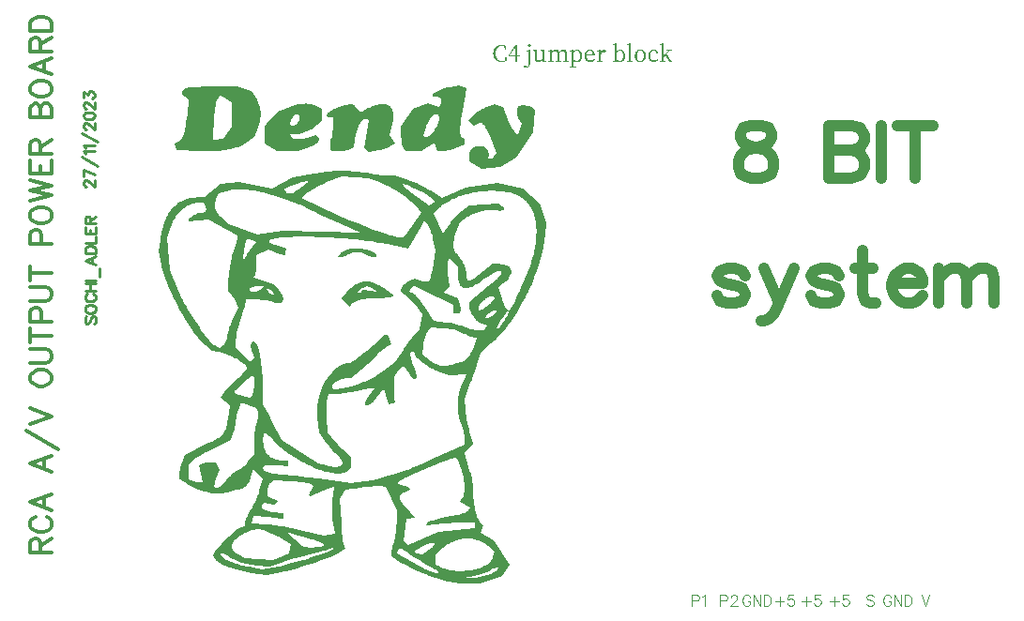
<source format=gto>
G04 Layer: TopSilkscreenLayer*
G04 EasyEDA v6.5.42, 2024-03-05 11:07:17*
G04 3b4d56fbe8a64d45884a67d00f8a37e5,a2f4cb7aa3704937908c5b59a0d1150c,10*
G04 Gerber Generator version 0.2*
G04 Scale: 100 percent, Rotated: No, Reflected: No *
G04 Dimensions in millimeters *
G04 leading zeros omitted , absolute positions ,4 integer and 5 decimal *
%FSLAX45Y45*%
%MOMM*%

%ADD10C,0.1200*%
%ADD11C,0.3500*%
%ADD12C,1.0000*%
%ADD13C,0.2500*%

%LPD*%
G36*
X6495948Y8155482D02*
G01*
X6408928Y8141004D01*
X6396329Y8138414D01*
X6383883Y8135467D01*
X6371691Y8132114D01*
X6359804Y8128457D01*
X6348272Y8124545D01*
X6337198Y8120380D01*
X6326581Y8116011D01*
X6316522Y8111490D01*
X6307074Y8106867D01*
X6298285Y8102142D01*
X6290208Y8097418D01*
X6282893Y8092744D01*
X6276441Y8088122D01*
X6270904Y8083550D01*
X6266281Y8079181D01*
X6262725Y8074964D01*
X6260185Y8071002D01*
X6258814Y8067294D01*
X6258560Y8065566D01*
X6258661Y8063890D01*
X6259017Y8062315D01*
X6259728Y8060893D01*
X6260744Y8059521D01*
X6262116Y8058251D01*
X6263792Y8057083D01*
X6265824Y8056067D01*
X6271006Y8054340D01*
X6277711Y8053171D01*
X6285890Y8052562D01*
X6297879Y8052206D01*
X6304584Y8051342D01*
X6310731Y8049920D01*
X6316268Y8047990D01*
X6321247Y8045551D01*
X6325616Y8042656D01*
X6329375Y8039303D01*
X6332474Y8035442D01*
X6334963Y8031225D01*
X6336741Y8026552D01*
X6337858Y8021523D01*
X6338316Y8016138D01*
X6338062Y8010448D01*
X6337046Y8004403D01*
X6335318Y7998053D01*
X6332880Y7991398D01*
X6320282Y7961426D01*
X6219291Y7996174D01*
X6082690Y7946999D01*
X5975400Y7784439D01*
X5975411Y7700975D01*
X6177178Y7700975D01*
X6193383Y7758125D01*
X6198565Y7774533D01*
X6204000Y7790129D01*
X6209741Y7804759D01*
X6215684Y7818424D01*
X6221831Y7831175D01*
X6228080Y7842859D01*
X6234480Y7853476D01*
X6240983Y7863027D01*
X6247536Y7871459D01*
X6254140Y7878724D01*
X6257391Y7881924D01*
X6263995Y7887411D01*
X6270498Y7891627D01*
X6273698Y7893253D01*
X6276898Y7894574D01*
X6280099Y7895539D01*
X6283248Y7896199D01*
X6286347Y7896504D01*
X6289395Y7896453D01*
X6292392Y7896047D01*
X6295390Y7895336D01*
X6298285Y7894269D01*
X6301130Y7892796D01*
X6303975Y7890967D01*
X6306667Y7888782D01*
X6309360Y7886242D01*
X6311950Y7883347D01*
X6313830Y7880603D01*
X6315405Y7877606D01*
X6316573Y7874253D01*
X6317488Y7870647D01*
X6318046Y7866786D01*
X6318351Y7862620D01*
X6317996Y7853629D01*
X6317437Y7848853D01*
X6315506Y7838694D01*
X6312611Y7827975D01*
X6308801Y7816799D01*
X6304280Y7805318D01*
X6298996Y7793634D01*
X6293104Y7781950D01*
X6286703Y7770368D01*
X6279794Y7759039D01*
X6272580Y7748117D01*
X6265062Y7737703D01*
X6257340Y7727950D01*
X6249517Y7719059D01*
X6241694Y7711084D01*
X6233922Y7704175D01*
X6226302Y7698536D01*
X6222542Y7696200D01*
X6218885Y7694269D01*
X6215278Y7692694D01*
X6211773Y7691526D01*
X6208420Y7690764D01*
X6205118Y7690408D01*
X6201968Y7690510D01*
X6198920Y7691120D01*
X6196025Y7692186D01*
X6177178Y7700975D01*
X5975411Y7700975D01*
X5975705Y7687919D01*
X5976518Y7674102D01*
X5977788Y7660436D01*
X5979515Y7647127D01*
X5981649Y7634528D01*
X5984087Y7622743D01*
X5986881Y7612075D01*
X5989878Y7602778D01*
X5993130Y7595057D01*
X5994806Y7591856D01*
X5996533Y7589164D01*
X6017717Y7559344D01*
X6155994Y7559344D01*
X6277203Y7636357D01*
X6302806Y7559344D01*
X6347714Y7559446D01*
X6356299Y7560259D01*
X6366459Y7561783D01*
X6377889Y7564018D01*
X6390386Y7566863D01*
X6403644Y7570266D01*
X6417411Y7574127D01*
X6431483Y7578394D01*
X6445554Y7583017D01*
X6459372Y7587945D01*
X6546951Y7621625D01*
X6546951Y7652105D01*
X6546545Y7658252D01*
X6545376Y7663942D01*
X6543497Y7669123D01*
X6540957Y7673644D01*
X6537959Y7677403D01*
X6534505Y7680198D01*
X6530644Y7682026D01*
X6524650Y7682788D01*
X6522821Y7683347D01*
X6521145Y7684211D01*
X6519519Y7685430D01*
X6517995Y7687005D01*
X6516573Y7688884D01*
X6515252Y7691069D01*
X6512915Y7696504D01*
X6510934Y7703159D01*
X6509410Y7711033D01*
X6508242Y7720126D01*
X6507429Y7730337D01*
X6507073Y7741666D01*
X6507073Y7754061D01*
X6507480Y7767523D01*
X6508292Y7781950D01*
X6509461Y7797342D01*
X6511086Y7813700D01*
X6515404Y7849006D01*
X6521348Y7887614D01*
X6554012Y8067090D01*
X6564833Y8129473D01*
G37*
G36*
X4486605Y8144916D02*
G01*
X4250893Y8144306D01*
X4217060Y8143748D01*
X4184446Y8142782D01*
X4153509Y8141512D01*
X4124807Y8139938D01*
X4098848Y8138159D01*
X4076141Y8136077D01*
X4057243Y8133842D01*
X4042613Y8131454D01*
X4037076Y8130235D01*
X4032808Y8128965D01*
X4024782Y8125256D01*
X4019042Y8122107D01*
X4014012Y8118754D01*
X4009593Y8115300D01*
X4005834Y8111744D01*
X4002735Y8108035D01*
X4000296Y8104225D01*
X3998518Y8100364D01*
X3997401Y8096402D01*
X3996893Y8092389D01*
X3997096Y8088274D01*
X3997960Y8084159D01*
X3999484Y8079994D01*
X4001617Y8075828D01*
X4004462Y8071662D01*
X4007916Y8067446D01*
X4012082Y8063280D01*
X4016908Y8059166D01*
X4022344Y8055000D01*
X4028490Y8050936D01*
X4061561Y8030209D01*
X4046829Y7895488D01*
X4041749Y7854188D01*
X4036314Y7817103D01*
X4033418Y7800086D01*
X4030421Y7784033D01*
X4027322Y7768996D01*
X4024071Y7754874D01*
X4020667Y7741666D01*
X4017162Y7729372D01*
X4013504Y7717942D01*
X4009694Y7707426D01*
X4005732Y7697673D01*
X4001566Y7688783D01*
X3997248Y7680706D01*
X3992727Y7673340D01*
X3988054Y7666736D01*
X3986194Y7664450D01*
X4274769Y7664450D01*
X4290009Y7877149D01*
X4293717Y7917027D01*
X4295698Y7934909D01*
X4297781Y7951470D01*
X4300067Y7966760D01*
X4302455Y7980781D01*
X4304995Y7993583D01*
X4307789Y8005114D01*
X4310735Y8015478D01*
X4313936Y8024672D01*
X4317339Y8032699D01*
X4320997Y8039608D01*
X4324908Y8045399D01*
X4329125Y8050174D01*
X4333646Y8053831D01*
X4336034Y8055305D01*
X4341012Y8057438D01*
X4343654Y8058150D01*
X4346397Y8058607D01*
X4349191Y8058810D01*
X4355033Y8058505D01*
X4361332Y8057286D01*
X4367987Y8055152D01*
X4375048Y8052155D01*
X4382566Y8048244D01*
X4390491Y8043570D01*
X4398924Y8038033D01*
X4407814Y8031683D01*
X4444492Y8004048D01*
X4444441Y7782814D01*
X4373067Y7674914D01*
X4274769Y7664450D01*
X3986194Y7664450D01*
X3983177Y7660894D01*
X3978046Y7655712D01*
X3972763Y7651242D01*
X3967226Y7647431D01*
X3929735Y7626654D01*
X3944874Y7567066D01*
X4172661Y7562088D01*
X4209084Y7561783D01*
X4251401Y7562037D01*
X4282846Y7562799D01*
X4312361Y7564069D01*
X4340047Y7565898D01*
X4366006Y7568285D01*
X4390390Y7571231D01*
X4413351Y7574838D01*
X4434992Y7579055D01*
X4455464Y7583931D01*
X4465320Y7586624D01*
X4484319Y7592568D01*
X4502454Y7599172D01*
X4519879Y7606538D01*
X4528362Y7610500D01*
X4540859Y7616850D01*
X4557166Y7625943D01*
X4569256Y7633309D01*
X4648200Y7685531D01*
X4681778Y7771028D01*
X4686858Y7785100D01*
X4691380Y7798968D01*
X4695342Y7812582D01*
X4698796Y7825943D01*
X4701641Y7839151D01*
X4703978Y7852156D01*
X4705756Y7864906D01*
X4706975Y7877556D01*
X4707636Y7889951D01*
X4707737Y7902244D01*
X4707331Y7914335D01*
X4706315Y7926273D01*
X4704791Y7938058D01*
X4702657Y7949742D01*
X4700016Y7961274D01*
X4696815Y7972704D01*
X4693056Y7984032D01*
X4688738Y7995259D01*
X4683861Y8006334D01*
X4678426Y8017408D01*
X4672431Y8028330D01*
X4629505Y8099856D01*
G37*
G36*
X5112867Y7989570D02*
G01*
X5100980Y7989316D01*
X5088788Y7988604D01*
X5076393Y7987436D01*
X5063693Y7985759D01*
X5050790Y7983677D01*
X5037683Y7981137D01*
X5024272Y7978089D01*
X5010708Y7974634D01*
X4996891Y7970723D01*
X4982921Y7966303D01*
X4968697Y7961477D01*
X4863490Y7921498D01*
X4761608Y7810804D01*
X4975860Y7810804D01*
X4975910Y7816240D01*
X4976571Y7822082D01*
X4977739Y7828280D01*
X4979466Y7834731D01*
X4981752Y7841437D01*
X4984597Y7848193D01*
X4988001Y7855051D01*
X4991912Y7861858D01*
X4996332Y7868564D01*
X5000701Y7874304D01*
X5005019Y7879435D01*
X5009388Y7883855D01*
X5013655Y7887665D01*
X5017922Y7890865D01*
X5022088Y7893405D01*
X5026152Y7895285D01*
X5030063Y7896555D01*
X5033822Y7897164D01*
X5037378Y7897164D01*
X5040731Y7896504D01*
X5043830Y7895234D01*
X5046675Y7893354D01*
X5049215Y7890865D01*
X5051450Y7887716D01*
X5053330Y7884007D01*
X5054854Y7879638D01*
X5055971Y7874660D01*
X5056632Y7869123D01*
X5056886Y7862925D01*
X5056632Y7857642D01*
X5055870Y7852359D01*
X5054701Y7847126D01*
X5053126Y7841945D01*
X5051094Y7836814D01*
X5048758Y7831836D01*
X5046014Y7826959D01*
X5042966Y7822285D01*
X5039664Y7817815D01*
X5036058Y7813548D01*
X5032248Y7809585D01*
X5028184Y7805877D01*
X5023967Y7802524D01*
X5019598Y7799527D01*
X5015077Y7796885D01*
X5010505Y7794650D01*
X5005781Y7792872D01*
X5001056Y7791602D01*
X4996281Y7790789D01*
X4991557Y7790484D01*
X4987544Y7790992D01*
X4984140Y7792415D01*
X4981295Y7794650D01*
X4979111Y7797698D01*
X4977434Y7801457D01*
X4976368Y7805877D01*
X4975860Y7810804D01*
X4761608Y7810804D01*
X4743450Y7791094D01*
X4740452Y7633766D01*
X4855006Y7559344D01*
X5043982Y7559344D01*
X5138521Y7593990D01*
X5154066Y7600238D01*
X5168341Y7606588D01*
X5181295Y7612989D01*
X5192928Y7619390D01*
X5203139Y7625842D01*
X5211978Y7632242D01*
X5219446Y7638643D01*
X5225440Y7644942D01*
X5227878Y7648041D01*
X5229961Y7651140D01*
X5231638Y7654188D01*
X5232958Y7657236D01*
X5233924Y7660233D01*
X5234482Y7663180D01*
X5234686Y7666075D01*
X5234482Y7668920D01*
X5233873Y7671765D01*
X5232908Y7674508D01*
X5231536Y7677200D01*
X5229758Y7679893D01*
X5227574Y7682433D01*
X5224983Y7684973D01*
X5202021Y7702499D01*
X5134000Y7681315D01*
X5118709Y7677403D01*
X5103418Y7674356D01*
X5088280Y7672070D01*
X5073446Y7670596D01*
X5059121Y7669885D01*
X5045456Y7669987D01*
X5032603Y7670800D01*
X5020716Y7672425D01*
X5009997Y7674762D01*
X5005120Y7676184D01*
X5000548Y7677810D01*
X4996383Y7679639D01*
X4992624Y7681620D01*
X4989220Y7683804D01*
X4986274Y7686141D01*
X4983784Y7688630D01*
X4981752Y7691323D01*
X4980228Y7694168D01*
X4971796Y7713472D01*
X5020614Y7713522D01*
X5031486Y7714234D01*
X5042763Y7715605D01*
X5054396Y7717637D01*
X5066334Y7720279D01*
X5078476Y7723479D01*
X5090718Y7727238D01*
X5103063Y7731506D01*
X5115407Y7736281D01*
X5127650Y7741513D01*
X5139791Y7747152D01*
X5151628Y7753197D01*
X5163210Y7759598D01*
X5174437Y7766354D01*
X5185206Y7773416D01*
X5195468Y7780731D01*
X5205120Y7788249D01*
X5214112Y7796022D01*
X5261000Y7840878D01*
X5261000Y7942834D01*
X5211267Y7969097D01*
X5202224Y7973212D01*
X5192877Y7976870D01*
X5183225Y7980070D01*
X5173218Y7982813D01*
X5162905Y7985048D01*
X5152288Y7986877D01*
X5141366Y7988249D01*
X5130190Y7989112D01*
G37*
G36*
X6819290Y7989112D02*
G01*
X6752945Y7963103D01*
X6739737Y7957566D01*
X6726986Y7951876D01*
X6714642Y7945983D01*
X6702755Y7939938D01*
X6691325Y7933791D01*
X6680453Y7927441D01*
X6670040Y7920990D01*
X6660184Y7914436D01*
X6650888Y7907781D01*
X6642100Y7901025D01*
X6633972Y7894218D01*
X6626402Y7887360D01*
X6619443Y7880400D01*
X6613144Y7873390D01*
X6607505Y7866380D01*
X6584950Y7834782D01*
X6634022Y7790129D01*
X6664655Y7809230D01*
X6671665Y7812887D01*
X6678320Y7815478D01*
X6684721Y7816951D01*
X6687820Y7817256D01*
X6690918Y7817256D01*
X6693916Y7816951D01*
X6696964Y7816342D01*
X6699910Y7815427D01*
X6702856Y7814157D01*
X6705853Y7812531D01*
X6711746Y7808264D01*
X6717690Y7802575D01*
X6723786Y7795310D01*
X6729984Y7786522D01*
X6736435Y7776108D01*
X6743192Y7763967D01*
X6750253Y7750098D01*
X6757720Y7734350D01*
X6765696Y7716774D01*
X6774129Y7697216D01*
X6836308Y7546949D01*
X6813092Y7514183D01*
X6809231Y7509205D01*
X6805168Y7504887D01*
X6800951Y7501077D01*
X6796684Y7497927D01*
X6792366Y7495286D01*
X6788048Y7493253D01*
X6783831Y7491730D01*
X6779768Y7490815D01*
X6775907Y7490409D01*
X6772300Y7490561D01*
X6768998Y7491272D01*
X6766102Y7492441D01*
X6763664Y7494168D01*
X6761683Y7496403D01*
X6760311Y7499146D01*
X6759498Y7502347D01*
X6759397Y7506106D01*
X6760057Y7510272D01*
X6761480Y7514945D01*
X6763766Y7520127D01*
X6765493Y7525054D01*
X6766204Y7530947D01*
X6765950Y7537551D01*
X6764781Y7544663D01*
X6762750Y7552029D01*
X6759905Y7559446D01*
X6756298Y7566659D01*
X6751929Y7573568D01*
X6729222Y7605572D01*
X6682994Y7605572D01*
X6675170Y7605420D01*
X6667652Y7605014D01*
X6660489Y7604252D01*
X6653682Y7603236D01*
X6647180Y7601864D01*
X6641084Y7600238D01*
X6635292Y7598308D01*
X6629806Y7596073D01*
X6624675Y7593533D01*
X6619900Y7590688D01*
X6615480Y7587589D01*
X6611366Y7584135D01*
X6607556Y7580375D01*
X6604101Y7576312D01*
X6601002Y7571994D01*
X6598208Y7567320D01*
X6595770Y7562342D01*
X6593636Y7557058D01*
X6591858Y7551470D01*
X6590385Y7545578D01*
X6589268Y7539380D01*
X6588455Y7532827D01*
X6587947Y7526020D01*
X6587794Y7518857D01*
X6587794Y7469124D01*
X6700062Y7402220D01*
X6869074Y7416495D01*
X7016699Y7501534D01*
X7164679Y7727492D01*
X7184593Y7937804D01*
X7152690Y7957769D01*
X7147915Y7960461D01*
X7142530Y7962900D01*
X7136587Y7965186D01*
X7130135Y7967167D01*
X7123379Y7968945D01*
X7116318Y7970418D01*
X7109104Y7971637D01*
X7101789Y7972552D01*
X7094524Y7973110D01*
X7087311Y7973364D01*
X7080351Y7973263D01*
X7073696Y7972755D01*
X7026656Y7967725D01*
X7019899Y7931607D01*
X7019188Y7926273D01*
X7018934Y7920431D01*
X7019137Y7914081D01*
X7019747Y7907375D01*
X7020763Y7900416D01*
X7022134Y7893202D01*
X7023862Y7885938D01*
X7025944Y7878673D01*
X7028332Y7871510D01*
X7030974Y7864602D01*
X7033920Y7857947D01*
X7037120Y7851698D01*
X7061098Y7807959D01*
X7045756Y7755331D01*
X7042505Y7745679D01*
X7039254Y7737348D01*
X7035850Y7730439D01*
X7032396Y7725003D01*
X7030618Y7722768D01*
X7028789Y7720939D01*
X7026909Y7719466D01*
X7025030Y7718399D01*
X7023049Y7717637D01*
X7021068Y7717281D01*
X7018985Y7717332D01*
X7016902Y7717688D01*
X7014718Y7718501D01*
X7012482Y7719618D01*
X7007809Y7723124D01*
X7002830Y7728153D01*
X6997547Y7734757D01*
X6991908Y7742986D01*
X6985914Y7752842D01*
X6979513Y7764322D01*
X6972655Y7777480D01*
X6965340Y7792313D01*
X6949287Y7827111D01*
X6890461Y7960359D01*
G37*
G36*
X5809589Y7987741D02*
G01*
X5800547Y7987385D01*
X5791098Y7986522D01*
X5781243Y7985150D01*
X5771032Y7983169D01*
X5760466Y7980680D01*
X5749493Y7977682D01*
X5738215Y7974075D01*
X5726531Y7969961D01*
X5714492Y7965236D01*
X5702147Y7960004D01*
X5689396Y7954213D01*
X5676341Y7947812D01*
X5647639Y7933029D01*
X5633567Y7926324D01*
X5621324Y7920990D01*
X5611571Y7917332D01*
X5607761Y7916214D01*
X5604814Y7915605D01*
X5602782Y7915503D01*
X5601716Y7915960D01*
X5582818Y7942173D01*
X5574690Y7952689D01*
X5567121Y7961579D01*
X5559907Y7968894D01*
X5556300Y7971993D01*
X5552744Y7974685D01*
X5549138Y7977073D01*
X5545480Y7979105D01*
X5541721Y7980781D01*
X5537860Y7982102D01*
X5533796Y7983169D01*
X5529580Y7983880D01*
X5525160Y7984286D01*
X5520486Y7984439D01*
X5510276Y7983829D01*
X5498693Y7982153D01*
X5485587Y7979511D01*
X5470702Y7975904D01*
X5434482Y7966252D01*
X5420106Y7962036D01*
X5406237Y7957413D01*
X5392928Y7952333D01*
X5380228Y7946999D01*
X5368239Y7941411D01*
X5357012Y7935620D01*
X5346598Y7929676D01*
X5337098Y7923682D01*
X5328513Y7917688D01*
X5320944Y7911795D01*
X5314442Y7905953D01*
X5309108Y7900314D01*
X5304942Y7894929D01*
X5302097Y7889849D01*
X5301132Y7887462D01*
X5300522Y7885125D01*
X5300268Y7882940D01*
X5300370Y7880858D01*
X5300878Y7878876D01*
X5301691Y7877048D01*
X5302910Y7875320D01*
X5304536Y7873796D01*
X5306568Y7872374D01*
X5308955Y7871155D01*
X5311800Y7870088D01*
X5315051Y7869174D01*
X5322874Y7867954D01*
X5332425Y7867548D01*
X5363057Y7867548D01*
X5362041Y7796479D01*
X5361432Y7784388D01*
X5359095Y7757363D01*
X5355386Y7728458D01*
X5351932Y7706918D01*
X5349392Y7693152D01*
X5346649Y7680198D01*
X5340502Y7654137D01*
X5337860Y7640167D01*
X5335828Y7626654D01*
X5334508Y7614056D01*
X5333898Y7602728D01*
X5334050Y7592923D01*
X5334406Y7588758D01*
X5334965Y7585151D01*
X5335727Y7582103D01*
X5336692Y7579664D01*
X5347004Y7559344D01*
X5419191Y7559446D01*
X5433263Y7560208D01*
X5447588Y7561681D01*
X5461711Y7563764D01*
X5475224Y7566355D01*
X5487720Y7569453D01*
X5498795Y7572908D01*
X5503672Y7574737D01*
X5511850Y7578598D01*
X5546039Y7597851D01*
X5567375Y7712811D01*
X5570880Y7729016D01*
X5574792Y7744358D01*
X5579008Y7758836D01*
X5583529Y7772400D01*
X5588355Y7784947D01*
X5593384Y7796530D01*
X5598718Y7807096D01*
X5604256Y7816596D01*
X5609996Y7824978D01*
X5615889Y7832242D01*
X5621883Y7838338D01*
X5628081Y7843266D01*
X5631180Y7845247D01*
X5634329Y7846923D01*
X5637479Y7848295D01*
X5640679Y7849311D01*
X5643880Y7850022D01*
X5647080Y7850428D01*
X5650280Y7850479D01*
X5653481Y7850174D01*
X5656732Y7849565D01*
X5659932Y7848600D01*
X5663133Y7847279D01*
X5681370Y7838795D01*
X5642762Y7588554D01*
X5686602Y7555484D01*
X5764123Y7566507D01*
X5776620Y7568895D01*
X5789574Y7571790D01*
X5802782Y7575245D01*
X5815888Y7579106D01*
X5828792Y7583322D01*
X5841136Y7587792D01*
X5852668Y7592466D01*
X5863234Y7597241D01*
X5872480Y7602016D01*
X5923432Y7633106D01*
X5870295Y7708087D01*
X5894832Y7810550D01*
X5897575Y7823453D01*
X5899759Y7835900D01*
X5901486Y7847888D01*
X5902706Y7859369D01*
X5903417Y7870393D01*
X5903671Y7880959D01*
X5903417Y7891018D01*
X5902756Y7900568D01*
X5901537Y7909661D01*
X5899912Y7918297D01*
X5897829Y7926425D01*
X5895238Y7934045D01*
X5892241Y7941208D01*
X5888786Y7947812D01*
X5884875Y7953959D01*
X5880557Y7959598D01*
X5875782Y7964728D01*
X5870600Y7969351D01*
X5864961Y7973466D01*
X5858916Y7977073D01*
X5852414Y7980121D01*
X5845556Y7982712D01*
X5838291Y7984744D01*
X5830570Y7986268D01*
X5822492Y7987233D01*
G37*
G36*
X5420106Y7383018D02*
G01*
X5394909Y7382662D01*
X5372303Y7381748D01*
X5362143Y7381087D01*
X5345836Y7379411D01*
X5306060Y7374280D01*
X5252516Y7366660D01*
X5191963Y7357516D01*
X5000396Y7326884D01*
X4811979Y7225741D01*
X4515916Y7282637D01*
X4343095Y7263130D01*
X4199636Y7143242D01*
X4131411Y7143242D01*
X4119727Y7142886D01*
X4108196Y7142225D01*
X4096918Y7141260D01*
X4085844Y7139940D01*
X4074972Y7138263D01*
X4064304Y7136282D01*
X4053840Y7133945D01*
X4043578Y7131303D01*
X4033520Y7128306D01*
X4023715Y7125004D01*
X4014063Y7121347D01*
X4004614Y7117384D01*
X3995420Y7113066D01*
X3986377Y7108393D01*
X3977589Y7103414D01*
X3969004Y7098080D01*
X3960571Y7092442D01*
X3952392Y7086447D01*
X3944416Y7080097D01*
X3936593Y7073392D01*
X3929024Y7066432D01*
X3921658Y7059066D01*
X3914495Y7051395D01*
X3907485Y7043369D01*
X3900728Y7034987D01*
X3894175Y7026300D01*
X3887774Y7017258D01*
X3881628Y7007859D01*
X3875633Y6998157D01*
X3869893Y6988098D01*
X3864305Y6977684D01*
X3858920Y6966915D01*
X3853789Y6955840D01*
X3848811Y6944410D01*
X3844036Y6932675D01*
X3839464Y6920534D01*
X3835095Y6908088D01*
X3826916Y6882130D01*
X3819550Y6854799D01*
X3812997Y6826097D01*
X3810000Y6811264D01*
X3804804Y6781647D01*
X3867556Y6781647D01*
X3893362Y6872325D01*
X3897274Y6884517D01*
X3901643Y6896506D01*
X3906367Y6908241D01*
X3911498Y6919722D01*
X3916984Y6930948D01*
X3922776Y6941921D01*
X3928973Y6952589D01*
X3935476Y6963003D01*
X3942283Y6973112D01*
X3949446Y6982917D01*
X3956862Y6992366D01*
X3964533Y7001459D01*
X3972509Y7010247D01*
X3980738Y7018680D01*
X3989171Y7026757D01*
X3997858Y7034428D01*
X4006748Y7041692D01*
X4015841Y7048601D01*
X4025137Y7055053D01*
X4034637Y7061098D01*
X4044238Y7066737D01*
X4054043Y7071868D01*
X4064000Y7076592D01*
X4074058Y7080859D01*
X4084218Y7084618D01*
X4094479Y7087870D01*
X4104843Y7090664D01*
X4115308Y7092899D01*
X4125772Y7094626D01*
X4136339Y7095845D01*
X4146956Y7096506D01*
X4196791Y7097014D01*
X4205186Y7077049D01*
X4293209Y7077049D01*
X4293666Y7086752D01*
X4294987Y7096556D01*
X4297222Y7106462D01*
X4300321Y7116521D01*
X4304284Y7126782D01*
X4327499Y7177328D01*
X4396892Y7200087D01*
X4418787Y7206640D01*
X4429252Y7209383D01*
X4439513Y7211771D01*
X4449724Y7213803D01*
X4459935Y7215479D01*
X4470247Y7216800D01*
X4480763Y7217765D01*
X4491634Y7218375D01*
X4502912Y7218680D01*
X4514697Y7218578D01*
X4527143Y7218172D01*
X4911344Y7218172D01*
X4963210Y7240473D01*
X4984902Y7248956D01*
X5010353Y7258151D01*
X5037785Y7267448D01*
X5072227Y7278420D01*
X5097729Y7285939D01*
X5119471Y7291831D01*
X5128361Y7293914D01*
X5135727Y7295388D01*
X5141214Y7296200D01*
X5142128Y7295997D01*
X5142128Y7295184D01*
X5141366Y7293762D01*
X5137454Y7289292D01*
X5130698Y7282840D01*
X5121351Y7274610D01*
X5109718Y7264908D01*
X5096103Y7253935D01*
X5080711Y7241997D01*
X5046014Y7215987D01*
X5031028Y7205218D01*
X5017871Y7196277D01*
X5006390Y7189063D01*
X4996281Y7183577D01*
X4991709Y7181443D01*
X4987391Y7179716D01*
X4983276Y7178344D01*
X4979416Y7177430D01*
X4975758Y7176820D01*
X4972202Y7176617D01*
X4968798Y7176770D01*
X4965496Y7177227D01*
X4962245Y7178090D01*
X4959045Y7179259D01*
X4955895Y7180732D01*
X4949444Y7184694D01*
X4942789Y7189825D01*
X4935575Y7196124D01*
X4911344Y7218172D01*
X4527143Y7218172D01*
X4540300Y7217460D01*
X4554321Y7216394D01*
X4585258Y7213244D01*
X4620768Y7208824D01*
X4655464Y7203998D01*
X4674463Y7200849D01*
X4694834Y7196886D01*
X4716373Y7192162D01*
X4738979Y7186726D01*
X4762500Y7180630D01*
X4786833Y7173975D01*
X4811826Y7166711D01*
X4843780Y7156907D01*
X4869789Y7148575D01*
X4897910Y7139127D01*
X5072938Y7139127D01*
X5134406Y7189520D01*
X5141518Y7194803D01*
X5149646Y7200442D01*
X5168595Y7212482D01*
X5190490Y7225233D01*
X5214620Y7238238D01*
X5233670Y7247991D01*
X5253278Y7257491D01*
X5279644Y7269530D01*
X5305653Y7280554D01*
X5434482Y7331252D01*
X5687009Y7316470D01*
X5787999Y7279538D01*
X5796940Y7275931D01*
X5816447Y7267092D01*
X5830184Y7260285D01*
X5991758Y7260285D01*
X5992368Y7261809D01*
X5993079Y7262368D01*
X5995263Y7262977D01*
X5998413Y7262977D01*
X6002680Y7262368D01*
X6007912Y7261148D01*
X6014212Y7259370D01*
X6029858Y7253935D01*
X6049670Y7246162D01*
X6073597Y7236002D01*
X6101689Y7223556D01*
X6132372Y7209383D01*
X6147308Y7202017D01*
X6162040Y7194448D01*
X6176264Y7186777D01*
X6202832Y7171588D01*
X6214770Y7164222D01*
X6225641Y7157161D01*
X6235242Y7150506D01*
X6243370Y7144308D01*
X6249924Y7138771D01*
X6254699Y7133945D01*
X6282690Y7101484D01*
X6228029Y7067245D01*
X6076442Y7182866D01*
X6052261Y7201814D01*
X6032093Y7218222D01*
X6015990Y7231989D01*
X6004001Y7243216D01*
X5999480Y7247890D01*
X5996025Y7251903D01*
X5993587Y7255357D01*
X5992164Y7258100D01*
X5991809Y7259269D01*
X5991758Y7260285D01*
X5830184Y7260285D01*
X5849213Y7250277D01*
X5872784Y7237018D01*
X5897372Y7222490D01*
X5928918Y7202881D01*
X5954420Y7186320D01*
X5979718Y7169251D01*
X6004458Y7151878D01*
X6028334Y7134555D01*
X6050940Y7117435D01*
X6071870Y7100824D01*
X6090869Y7084923D01*
X6107480Y7070039D01*
X6114796Y7063028D01*
X6121400Y7056323D01*
X6127242Y7050024D01*
X6132220Y7044131D01*
X6136386Y7038695D01*
X6157569Y7008774D01*
X6146998Y6993331D01*
X6263894Y6993331D01*
X6296355Y7030669D01*
X6302756Y7037527D01*
X6309461Y7044283D01*
X6316573Y7050887D01*
X6323990Y7057390D01*
X6331712Y7063790D01*
X6339738Y7070090D01*
X6348120Y7076287D01*
X6356756Y7082332D01*
X6365697Y7088276D01*
X6384391Y7099757D01*
X6399123Y7108037D01*
X6419596Y7118654D01*
X6435547Y7126224D01*
X6446469Y7131151D01*
X6468872Y7140498D01*
X6497980Y7151370D01*
X6509867Y7155434D01*
X6528054Y7161275D01*
X6552742Y7168540D01*
X6577939Y7175144D01*
X6597142Y7179665D01*
X6629552Y7186371D01*
X6655765Y7190943D01*
X6675577Y7193940D01*
X6702145Y7197242D01*
X6722059Y7199274D01*
X6742023Y7200849D01*
X6775246Y7202525D01*
X6795058Y7202931D01*
X6821322Y7202779D01*
X6847331Y7201814D01*
X6860184Y7201001D01*
X6885686Y7198766D01*
X6904481Y7196531D01*
X6929170Y7192772D01*
X6953250Y7188098D01*
X6964476Y7185558D01*
X6974890Y7182866D01*
X6985152Y7179919D01*
X6999986Y7174941D01*
X7009638Y7171334D01*
X7019036Y7167422D01*
X7032650Y7161072D01*
X7041438Y7156500D01*
X7050024Y7151674D01*
X7058304Y7146594D01*
X7066432Y7141260D01*
X7074255Y7135622D01*
X7081875Y7129780D01*
X7089190Y7123684D01*
X7096353Y7117283D01*
X7103211Y7110679D01*
X7109866Y7103770D01*
X7116267Y7096658D01*
X7122414Y7089292D01*
X7128306Y7081672D01*
X7133996Y7073798D01*
X7139431Y7065670D01*
X7144562Y7057339D01*
X7149541Y7048703D01*
X7154214Y7039864D01*
X7158634Y7030821D01*
X7162850Y7021474D01*
X7166762Y7011924D01*
X7170470Y7002119D01*
X7173925Y6992112D01*
X7177125Y6981850D01*
X7182815Y6960616D01*
X7185253Y6949694D01*
X7189419Y6927088D01*
X7192568Y6903618D01*
X7194702Y6879234D01*
X7195820Y6853986D01*
X7195921Y6827875D01*
X7194956Y6800900D01*
X7194143Y6787083D01*
X7191654Y6758889D01*
X7188149Y6729780D01*
X7183628Y6699910D01*
X7180986Y6684670D01*
X7176465Y6661403D01*
X7169607Y6629704D01*
X7164933Y6611213D01*
X7159142Y6590944D01*
X7152335Y6569151D01*
X7144512Y6545935D01*
X7135774Y6521500D01*
X7123734Y6489395D01*
X7113270Y6462674D01*
X7099249Y6428282D01*
X7087463Y6400139D01*
X7072020Y6364427D01*
X7059218Y6335623D01*
X7042810Y6299555D01*
X7022693Y6256680D01*
X7009180Y6228537D01*
X6992264Y6194196D01*
X6975449Y6160973D01*
X6962190Y6135471D01*
X6949186Y6111036D01*
X6933438Y6082284D01*
X6921296Y6060897D01*
X6909663Y6041136D01*
X6898589Y6023152D01*
X6888175Y6007049D01*
X6878523Y5993028D01*
X6869633Y5981293D01*
X6865569Y5976264D01*
X6858050Y5968136D01*
X6854647Y5965088D01*
X6851548Y5962650D01*
X6848703Y5960922D01*
X6846163Y5959957D01*
X6843877Y5959652D01*
X6841896Y5960160D01*
X6841032Y5960719D01*
X6839966Y5961837D01*
X6839254Y5963310D01*
X6838899Y5965190D01*
X6838848Y5967425D01*
X6839153Y5970066D01*
X6840778Y5976366D01*
X6843725Y5984087D01*
X6847941Y5993130D01*
X6853478Y6003594D01*
X6860286Y6015278D01*
X6868312Y6028283D01*
X6877558Y6042507D01*
X6888022Y6057900D01*
X6899706Y6074460D01*
X6936231Y6124905D01*
X6915454Y6155690D01*
X6910882Y6164072D01*
X6905752Y6174790D01*
X6900214Y6187338D01*
X6894474Y6201308D01*
X6888734Y6216345D01*
X6883095Y6231940D01*
X6877761Y6247739D01*
X6851700Y6331051D01*
X6896353Y6368237D01*
X6907072Y6377787D01*
X6916877Y6387185D01*
X6925818Y6396431D01*
X6933895Y6405575D01*
X6941108Y6414516D01*
X6947458Y6423304D01*
X6952945Y6431940D01*
X6957618Y6440322D01*
X6961378Y6448501D01*
X6964324Y6456476D01*
X6966407Y6464147D01*
X6967677Y6471564D01*
X6968083Y6478727D01*
X6967981Y6482181D01*
X6967118Y6488887D01*
X6965442Y6495288D01*
X6962902Y6501333D01*
X6959549Y6506972D01*
X6955383Y6512306D01*
X6950405Y6517233D01*
X6944614Y6521805D01*
X6938009Y6525920D01*
X6930542Y6529628D01*
X6922312Y6532880D01*
X6913270Y6535674D01*
X6903415Y6538010D01*
X6892747Y6539839D01*
X6881317Y6541160D01*
X6869074Y6541973D01*
X6856018Y6542278D01*
X6800596Y6542278D01*
X6672630Y6444335D01*
X6656578Y6432448D01*
X6642201Y6422136D01*
X6629450Y6413398D01*
X6618224Y6406184D01*
X6608368Y6400495D01*
X6599885Y6396278D01*
X6592570Y6393586D01*
X6589369Y6392773D01*
X6586423Y6392316D01*
X6583730Y6392265D01*
X6581292Y6392519D01*
X6579108Y6393180D01*
X6577126Y6394145D01*
X6575348Y6395516D01*
X6573774Y6397193D01*
X6572402Y6399225D01*
X6570167Y6404356D01*
X6568592Y6410858D01*
X6567474Y6418630D01*
X6566814Y6427774D01*
X6566509Y6438239D01*
X6565900Y6448806D01*
X6564579Y6459931D01*
X6562547Y6471513D01*
X6559854Y6483502D01*
X6556502Y6495694D01*
X6552641Y6508038D01*
X6548221Y6520484D01*
X6543294Y6532829D01*
X6537959Y6545122D01*
X6532219Y6557111D01*
X6526123Y6568795D01*
X6519722Y6580073D01*
X6513068Y6590792D01*
X6506209Y6600901D01*
X6499148Y6610299D01*
X6491986Y6618833D01*
X6484772Y6626504D01*
X6471056Y6639153D01*
X6465366Y6646011D01*
X6460439Y6653631D01*
X6458254Y6657695D01*
X6454444Y6666433D01*
X6452768Y6671056D01*
X6450076Y6680860D01*
X6448958Y6685991D01*
X6447383Y6696811D01*
X6446469Y6708241D01*
X6446367Y6720281D01*
X6446926Y6732930D01*
X6448298Y6746138D01*
X6450380Y6759905D01*
X6453174Y6774180D01*
X6456730Y6789013D01*
X6461048Y6804304D01*
X6466078Y6820001D01*
X6471869Y6836206D01*
X6505194Y6921042D01*
X6568744Y6966966D01*
X6577533Y6972604D01*
X6586931Y6978091D01*
X6596938Y6983323D01*
X6607505Y6988403D01*
X6618528Y6993229D01*
X6630009Y6997852D01*
X6641846Y7002170D01*
X6653987Y7006234D01*
X6672681Y7011873D01*
X6685432Y7015225D01*
X6698234Y7018324D01*
X6717588Y7022287D01*
X6730492Y7024573D01*
X6743293Y7026452D01*
X6755942Y7027976D01*
X6768439Y7029145D01*
X6780733Y7029907D01*
X6792671Y7030262D01*
X6804304Y7030212D01*
X6815480Y7029754D01*
X6826199Y7028840D01*
X6836409Y7027468D01*
X6848449Y7025436D01*
X6855206Y7024573D01*
X6861606Y7024065D01*
X6873189Y7024014D01*
X6878421Y7024471D01*
X6883196Y7025182D01*
X6887514Y7026148D01*
X6891375Y7027367D01*
X6894779Y7028840D01*
X6897674Y7030567D01*
X6900062Y7032447D01*
X6901942Y7034530D01*
X6903313Y7036816D01*
X6904075Y7039254D01*
X6904278Y7041845D01*
X6903923Y7044588D01*
X6902958Y7047433D01*
X6901383Y7050379D01*
X6899148Y7053427D01*
X6896303Y7056577D01*
X6892798Y7059777D01*
X6888581Y7062978D01*
X6883704Y7066280D01*
X6853428Y7085228D01*
X6588506Y7072477D01*
X6521196Y7024166D01*
X6513169Y7017867D01*
X6504736Y7010704D01*
X6495948Y7002780D01*
X6486906Y6994194D01*
X6477711Y6985101D01*
X6459169Y6965543D01*
X6450076Y6955383D01*
X6432499Y6934555D01*
X6424218Y6924141D01*
X6416446Y6913880D01*
X6409232Y6903821D01*
X6350254Y6816344D01*
X6263894Y6993331D01*
X6146998Y6993331D01*
X6069990Y6881063D01*
X6050737Y6853885D01*
X6033008Y6829450D01*
X6017666Y6809079D01*
X6005525Y6793839D01*
X6001004Y6788505D01*
X5997549Y6784848D01*
X5995466Y6783171D01*
X5993434Y6782155D01*
X5990894Y6781393D01*
X5987897Y6780834D01*
X5984443Y6780479D01*
X5976162Y6780479D01*
X5966155Y6781393D01*
X5954471Y6783070D01*
X5941110Y6785609D01*
X5926277Y6788912D01*
X5909919Y6792925D01*
X5892139Y6797751D01*
X5873038Y6803237D01*
X5852617Y6809435D01*
X5808319Y6823760D01*
X5753354Y6842810D01*
X5700572Y6862114D01*
X5665927Y6875221D01*
X5608320Y6897674D01*
X5563666Y6915658D01*
X5517946Y6934504D01*
X5486958Y6947509D01*
X5416397Y6977938D01*
X5345176Y7009739D01*
X5305552Y7027875D01*
X5266131Y7046264D01*
X5234787Y7061149D01*
X5072938Y7139127D01*
X4897910Y7139127D01*
X4922367Y7130643D01*
X4961737Y7116267D01*
X4987747Y7106412D01*
X5013350Y7096302D01*
X5044694Y7083399D01*
X5063032Y7075627D01*
X5098338Y7059879D01*
X5126126Y7046722D01*
X5162804Y7028180D01*
X5198211Y7010603D01*
X5241747Y6989724D01*
X5303469Y6960768D01*
X5362041Y6933946D01*
X5419445Y6908139D01*
X5603646Y6826859D01*
X4903774Y6838137D01*
X4679238Y6806742D01*
X4426153Y6897522D01*
X4360011Y6958177D01*
X4349191Y6968794D01*
X4339336Y6979158D01*
X4330446Y6989368D01*
X4322521Y6999427D01*
X4315612Y7009333D01*
X4309618Y7019137D01*
X4304538Y7028891D01*
X4300474Y7038543D01*
X4298746Y7043318D01*
X4296003Y7052970D01*
X4294987Y7057745D01*
X4293666Y7067346D01*
X4293311Y7072172D01*
X4293209Y7077049D01*
X4205186Y7077049D01*
X4211828Y7060793D01*
X4213453Y7055459D01*
X4214571Y7050328D01*
X4215231Y7045452D01*
X4215434Y7040778D01*
X4215130Y7036358D01*
X4214368Y7032193D01*
X4213098Y7028332D01*
X4211421Y7024674D01*
X4209288Y7021322D01*
X4206697Y7018223D01*
X4203649Y7015480D01*
X4200194Y7012990D01*
X4196283Y7010806D01*
X4191965Y7008926D01*
X4187240Y7007402D01*
X4182110Y7006183D01*
X4176522Y7005269D01*
X4170578Y7004761D01*
X4159453Y7004354D01*
X4154322Y7003694D01*
X4148988Y7002678D01*
X4137660Y6999528D01*
X4125874Y6995159D01*
X4113936Y6989724D01*
X4102252Y6983526D01*
X4091127Y6976719D01*
X4080967Y6969556D01*
X4072077Y6962241D01*
X4068267Y6958634D01*
X4064914Y6955028D01*
X4062069Y6951522D01*
X4059783Y6948119D01*
X4058056Y6944817D01*
X4057040Y6941718D01*
X4056684Y6938772D01*
X4056684Y6924040D01*
X4233824Y6944106D01*
X4499000Y6798157D01*
X4499102Y6796582D01*
X4498492Y6792468D01*
X4495190Y6777228D01*
X4485843Y6739737D01*
X4477207Y6707022D01*
X4458258Y6637781D01*
X4451705Y6612026D01*
X4446981Y6592011D01*
X4442460Y6571589D01*
X4437989Y6549948D01*
X4544720Y6549948D01*
X4556658Y6655612D01*
X4558690Y6671411D01*
X4563262Y6701028D01*
X4565650Y6714439D01*
X4568088Y6726580D01*
X4570526Y6737248D01*
X4572914Y6746138D01*
X4575200Y6753098D01*
X4577283Y6757873D01*
X4578299Y6759346D01*
X4589881Y6773519D01*
X4669028Y6741515D01*
X4633163Y6700062D01*
X4627168Y6692595D01*
X4620818Y6684060D01*
X4607407Y6664706D01*
X4594047Y6643674D01*
X4581753Y6622542D01*
X4576267Y6612432D01*
X4544720Y6549948D01*
X4437989Y6549948D01*
X4432960Y6523634D01*
X4428286Y6496862D01*
X4424324Y6471259D01*
X4421124Y6447282D01*
X4418838Y6425488D01*
X4417466Y6406388D01*
X4414291Y6313170D01*
X4606290Y6313170D01*
X4606645Y6315608D01*
X4607509Y6317996D01*
X4608931Y6320383D01*
X4610862Y6322669D01*
X4613351Y6324955D01*
X4616297Y6327140D01*
X4619752Y6329222D01*
X4628032Y6333032D01*
X4632858Y6334760D01*
X4638090Y6336334D01*
X4649825Y6338925D01*
X4656277Y6339992D01*
X4670348Y6341414D01*
X4677918Y6341821D01*
X4736592Y6341922D01*
X4716724Y6325362D01*
X4751273Y6325362D01*
X4780026Y6317030D01*
X4786020Y6314948D01*
X4792065Y6312103D01*
X4797958Y6308648D01*
X4803597Y6304737D01*
X4808778Y6300470D01*
X4813300Y6295948D01*
X4817059Y6291376D01*
X4819904Y6286804D01*
X4822444Y6281166D01*
X4823968Y6276390D01*
X4824476Y6272479D01*
X4824120Y6269482D01*
X4822952Y6267297D01*
X4820970Y6265926D01*
X4818380Y6265418D01*
X4815128Y6265672D01*
X4811369Y6266738D01*
X4807153Y6268567D01*
X4802530Y6271158D01*
X4797602Y6274511D01*
X4792472Y6278626D01*
X4787138Y6283401D01*
X4781702Y6288938D01*
X4776317Y6295136D01*
X4751273Y6325362D01*
X4716724Y6325362D01*
X4700879Y6312154D01*
X4695799Y6308191D01*
X4690414Y6304534D01*
X4684776Y6301232D01*
X4678984Y6298285D01*
X4673092Y6295694D01*
X4667250Y6293561D01*
X4661458Y6291834D01*
X4655820Y6290564D01*
X4650435Y6289802D01*
X4645406Y6289548D01*
X4640681Y6289802D01*
X4636465Y6290665D01*
X4630521Y6292545D01*
X4625289Y6294577D01*
X4620666Y6296660D01*
X4616754Y6298895D01*
X4613452Y6301181D01*
X4610811Y6303467D01*
X4608779Y6305854D01*
X4607356Y6308293D01*
X4606544Y6310731D01*
X4606290Y6313170D01*
X4414291Y6313170D01*
X4413859Y6300470D01*
X4439158Y6276340D01*
X4444542Y6269939D01*
X4450384Y6261963D01*
X4456531Y6252667D01*
X4462729Y6242405D01*
X4468876Y6231483D01*
X4474768Y6220155D01*
X4480153Y6208776D01*
X4505604Y6149136D01*
X4463542Y6065469D01*
X4454042Y6044590D01*
X4444695Y6021476D01*
X4435805Y5997143D01*
X4431639Y5984798D01*
X4425848Y5966409D01*
X4419142Y5942838D01*
X4416348Y5931662D01*
X4414012Y5921146D01*
X4409440Y5898083D01*
X4406138Y5884926D01*
X4402277Y5872073D01*
X4397959Y5859729D01*
X4393336Y5848146D01*
X4388408Y5837478D01*
X4383278Y5827979D01*
X4378096Y5819851D01*
X4372965Y5813298D01*
X4370374Y5810707D01*
X4367885Y5808573D01*
X4345640Y5791758D01*
X4485335Y5791758D01*
X4485640Y5867654D01*
X4486249Y5878474D01*
X4487367Y5890158D01*
X4489043Y5902553D01*
X4491126Y5915406D01*
X4493666Y5928664D01*
X4496562Y5942076D01*
X4499813Y5955436D01*
X4503369Y5968644D01*
X4507230Y5981446D01*
X4511243Y5993688D01*
X4515510Y6005169D01*
X4526635Y6033516D01*
X4535678Y6058916D01*
X4544364Y6085382D01*
X4552238Y6111494D01*
X4558842Y6135878D01*
X4563770Y6157010D01*
X4577892Y6226352D01*
X4686604Y6220460D01*
X4715002Y6218224D01*
X4742738Y6215227D01*
X4768596Y6211671D01*
X4791151Y6207709D01*
X4800752Y6205626D01*
X4809032Y6203543D01*
X4815840Y6201460D01*
X4824831Y6198057D01*
X4836617Y6194145D01*
X4847640Y6191453D01*
X4857851Y6189776D01*
X4867198Y6189218D01*
X4871516Y6189319D01*
X4875682Y6189675D01*
X4883251Y6191097D01*
X4886756Y6192164D01*
X4892954Y6194958D01*
X4895748Y6196736D01*
X4898288Y6198666D01*
X4900574Y6200851D01*
X4902606Y6203188D01*
X4904435Y6205778D01*
X4906010Y6208522D01*
X4907330Y6211468D01*
X4908397Y6214567D01*
X4909210Y6217920D01*
X4909769Y6221374D01*
X4910074Y6228842D01*
X4909362Y6236919D01*
X4907534Y6245606D01*
X4904638Y6254851D01*
X4900574Y6264605D01*
X4895443Y6274816D01*
X4889093Y6285433D01*
X4881575Y6296507D01*
X4872888Y6307836D01*
X4831943Y6358534D01*
X4644390Y6419240D01*
X4656683Y6443472D01*
X4657953Y6446367D01*
X4660341Y6454089D01*
X4662576Y6464147D01*
X4664557Y6476187D01*
X4666183Y6489700D01*
X4667554Y6504330D01*
X4668469Y6519722D01*
X4668977Y6535369D01*
X4669028Y6618579D01*
X4773625Y6670344D01*
X4878933Y6632549D01*
X4896154Y6626859D01*
X4909362Y6623202D01*
X4914646Y6622135D01*
X4919116Y6621576D01*
X4922875Y6621576D01*
X4925974Y6622084D01*
X4928412Y6623151D01*
X4930343Y6624726D01*
X4931816Y6626859D01*
X4932883Y6629501D01*
X4933594Y6632752D01*
X4934051Y6636512D01*
X4934356Y6645808D01*
X4934407Y6683248D01*
X4842560Y6712458D01*
X4830114Y6716877D01*
X4819142Y6721144D01*
X4809693Y6725310D01*
X4801717Y6729323D01*
X4795164Y6733235D01*
X4790033Y6736994D01*
X4786325Y6740652D01*
X4783886Y6744106D01*
X4783175Y6745833D01*
X4782718Y6749135D01*
X4782972Y6750710D01*
X4783937Y6753047D01*
X4785004Y6754571D01*
X4787087Y6756806D01*
X4790948Y6759651D01*
X4795977Y6762343D01*
X4802073Y6764883D01*
X4809337Y6767322D01*
X4817618Y6769658D01*
X4837277Y6773875D01*
X4848555Y6775754D01*
X4863998Y6777939D01*
X4877358Y6779564D01*
X4895291Y6781393D01*
X4926634Y6783882D01*
X4974691Y6786422D01*
X5022850Y6787845D01*
X5069433Y6788403D01*
X5118658Y6788302D01*
X5176113Y6787388D01*
X5211775Y6786422D01*
X5272786Y6784136D01*
X5341772Y6780682D01*
X5392775Y6777481D01*
X5444236Y6773773D01*
X5476494Y6771182D01*
X5521655Y6767169D01*
X5553811Y6764070D01*
X5624017Y6756501D01*
X5668060Y6751116D01*
X5705246Y6746189D01*
X5741822Y6740956D01*
X5771743Y6736334D01*
X5806897Y6730542D01*
X5835497Y6725462D01*
X5863386Y6720128D01*
X5890564Y6714642D01*
X6039815Y6682435D01*
X6097524Y6782663D01*
X6123127Y6828078D01*
X6146038Y6869226D01*
X6182207Y6935216D01*
X6209995Y6906869D01*
X6213957Y6902043D01*
X6218224Y6895490D01*
X6222746Y6887311D01*
X6227470Y6877761D01*
X6232245Y6866940D01*
X6237122Y6855053D01*
X6241948Y6842201D01*
X6246672Y6828637D01*
X6251244Y6814464D01*
X6255613Y6799884D01*
X6259677Y6785051D01*
X6263386Y6770116D01*
X6289040Y6661708D01*
X6257340Y6496304D01*
X6249974Y6459575D01*
X6246622Y6444335D01*
X6243370Y6431076D01*
X6240119Y6419646D01*
X6236868Y6409944D01*
X6233414Y6401866D01*
X6231636Y6398412D01*
X6227826Y6392519D01*
X6223711Y6388049D01*
X6221476Y6386271D01*
X6219088Y6384798D01*
X6216650Y6383629D01*
X6214008Y6382715D01*
X6211265Y6382054D01*
X6208318Y6381648D01*
X6201968Y6381546D01*
X6194856Y6382207D01*
X6186881Y6383629D01*
X6177991Y6385610D01*
X6094730Y6407404D01*
X6045860Y6390589D01*
X6040780Y6388658D01*
X6035751Y6386423D01*
X6030722Y6383782D01*
X6025794Y6380886D01*
X6020968Y6377736D01*
X6011722Y6370726D01*
X6003290Y6363004D01*
X5999429Y6358940D01*
X5995873Y6354775D01*
X5992672Y6350558D01*
X5989777Y6346291D01*
X5987288Y6342024D01*
X5985205Y6337808D01*
X5983630Y6333642D01*
X5970523Y6294221D01*
X6051956Y6294221D01*
X6066434Y6322415D01*
X6068822Y6326276D01*
X6071260Y6329680D01*
X6073851Y6332626D01*
X6076594Y6335064D01*
X6079540Y6337046D01*
X6082690Y6338570D01*
X6086144Y6339636D01*
X6089853Y6340195D01*
X6093917Y6340297D01*
X6098336Y6339941D01*
X6103213Y6339078D01*
X6108496Y6337757D01*
X6114288Y6335928D01*
X6120587Y6333642D01*
X6134862Y6327597D01*
X6151676Y6319570D01*
X6444894Y6171488D01*
X6444894Y6095339D01*
X6473342Y6095339D01*
X6479082Y6095593D01*
X6484416Y6096254D01*
X6489242Y6097371D01*
X6493662Y6098946D01*
X6497624Y6100978D01*
X6501079Y6103416D01*
X6504127Y6106363D01*
X6506768Y6109665D01*
X6508902Y6113475D01*
X6510578Y6117691D01*
X6511798Y6122365D01*
X6512610Y6127445D01*
X6512915Y6132982D01*
X6512763Y6138976D01*
X6512204Y6145377D01*
X6511137Y6152184D01*
X6509664Y6159449D01*
X6507683Y6167120D01*
X6505295Y6175248D01*
X6484721Y6233668D01*
X6362547Y6281369D01*
X6409029Y6346901D01*
X6395008Y6450634D01*
X6393332Y6466433D01*
X6392113Y6482080D01*
X6391300Y6497167D01*
X6390944Y6511544D01*
X6391046Y6524955D01*
X6391605Y6537096D01*
X6392570Y6547662D01*
X6393992Y6556502D01*
X6394856Y6560210D01*
X6396939Y6565849D01*
X6410858Y6593230D01*
X6485737Y6523431D01*
X6486093Y6452463D01*
X6486550Y6438646D01*
X6487414Y6425641D01*
X6488684Y6413398D01*
X6490309Y6401968D01*
X6492341Y6391351D01*
X6494830Y6381546D01*
X6497675Y6372453D01*
X6500977Y6364224D01*
X6504685Y6356756D01*
X6508800Y6350050D01*
X6513372Y6344158D01*
X6518351Y6339027D01*
X6523735Y6334709D01*
X6529578Y6331153D01*
X6535877Y6328410D01*
X6542633Y6326428D01*
X6549796Y6325209D01*
X6557467Y6324803D01*
X6565544Y6325158D01*
X6574129Y6326276D01*
X6583121Y6328156D01*
X6592620Y6330848D01*
X6602577Y6334302D01*
X6612991Y6338519D01*
X6623913Y6343497D01*
X6635343Y6349238D01*
X6647230Y6355791D01*
X6659575Y6363055D01*
X6672478Y6371132D01*
X6685838Y6379972D01*
X6699707Y6389522D01*
X6727799Y6409486D01*
X6754977Y6428028D01*
X6780377Y6444538D01*
X6803186Y6458610D01*
X6822490Y6469634D01*
X6830568Y6473850D01*
X6837425Y6477101D01*
X6843014Y6479336D01*
X6847179Y6480454D01*
X6852666Y6480556D01*
X6859727Y6480048D01*
X6865670Y6479082D01*
X6870547Y6477558D01*
X6872528Y6476593D01*
X6874256Y6475476D01*
X6875678Y6474206D01*
X6876846Y6472783D01*
X6877710Y6471259D01*
X6878269Y6469532D01*
X6878523Y6467703D01*
X6878523Y6465671D01*
X6878218Y6463487D01*
X6876694Y6458661D01*
X6873951Y6453174D01*
X6869938Y6446926D01*
X6864756Y6440017D01*
X6858253Y6432346D01*
X6850532Y6423964D01*
X6841490Y6414719D01*
X6831177Y6404711D01*
X6819544Y6393891D01*
X6792214Y6369659D01*
X6759448Y6341872D01*
X6587794Y6200648D01*
X6587794Y6164021D01*
X6588353Y6154826D01*
X6589064Y6150051D01*
X6591435Y6139637D01*
X6669633Y6139637D01*
X6669684Y6143447D01*
X6670294Y6147612D01*
X6671462Y6152083D01*
X6673240Y6156909D01*
X6675475Y6161989D01*
X6678269Y6167323D01*
X6681571Y6172860D01*
X6685381Y6178600D01*
X6689699Y6184442D01*
X6694525Y6190437D01*
X6699808Y6196533D01*
X6705549Y6202680D01*
X6711746Y6208877D01*
X6724142Y6219952D01*
X6730288Y6224879D01*
X6736334Y6229299D01*
X6742328Y6233312D01*
X6748221Y6236919D01*
X6754012Y6240018D01*
X6759752Y6242659D01*
X6765442Y6244894D01*
X6770979Y6246622D01*
X6776415Y6247942D01*
X6781698Y6248806D01*
X6786930Y6249162D01*
X6792010Y6249111D01*
X6796938Y6248552D01*
X6801764Y6247587D01*
X6806438Y6246114D01*
X6810959Y6244183D01*
X6815277Y6241796D01*
X6819493Y6238900D01*
X6820509Y6237630D01*
X6820763Y6235801D01*
X6820255Y6233566D01*
X6819138Y6230874D01*
X6817410Y6227775D01*
X6812178Y6220612D01*
X6804964Y6212332D01*
X6796074Y6203137D01*
X6785813Y6193434D01*
X6774586Y6183376D01*
X6762699Y6173368D01*
X6750456Y6163614D01*
X6738264Y6154369D01*
X6726326Y6146038D01*
X6715099Y6138773D01*
X6704888Y6132880D01*
X6700266Y6130544D01*
X6695998Y6128715D01*
X6692138Y6127343D01*
X6688734Y6126480D01*
X6685838Y6126175D01*
X6681673Y6126480D01*
X6678117Y6127394D01*
X6675221Y6128816D01*
X6672935Y6130848D01*
X6671208Y6133287D01*
X6670141Y6136284D01*
X6669633Y6139637D01*
X6591435Y6139637D01*
X6594551Y6129731D01*
X6598666Y6119164D01*
X6603644Y6108395D01*
X6609384Y6097625D01*
X6615785Y6086906D01*
X6622846Y6076289D01*
X6630365Y6065977D01*
X6634620Y6060643D01*
X6735216Y6060643D01*
X6736384Y6065215D01*
X6738924Y6070447D01*
X6742785Y6076289D01*
X6747865Y6082487D01*
X6754012Y6088837D01*
X6761175Y6095288D01*
X6768338Y6101029D01*
X6775297Y6106160D01*
X6782104Y6110782D01*
X6788607Y6114796D01*
X6794855Y6118199D01*
X6800748Y6120993D01*
X6806285Y6123127D01*
X6811416Y6124702D01*
X6816090Y6125616D01*
X6820255Y6125870D01*
X6823913Y6125464D01*
X6826961Y6124346D01*
X6829450Y6122619D01*
X6831279Y6120180D01*
X6832346Y6117031D01*
X6832752Y6113170D01*
X6832142Y6109868D01*
X6830466Y6106261D01*
X6827824Y6102299D01*
X6824268Y6098082D01*
X6819950Y6093764D01*
X6814972Y6089294D01*
X6809486Y6084824D01*
X6803491Y6080353D01*
X6790690Y6071819D01*
X6777431Y6064250D01*
X6770928Y6060998D01*
X6764629Y6058154D01*
X6758635Y6055868D01*
X6753098Y6054090D01*
X6748119Y6053023D01*
X6743750Y6052616D01*
X6740194Y6053023D01*
X6737502Y6054242D01*
X6735572Y6056934D01*
X6735216Y6060643D01*
X6634620Y6060643D01*
X6642506Y6051296D01*
X6651040Y6042101D01*
X6659829Y6033566D01*
X6668770Y6025794D01*
X6677812Y6018885D01*
X6686905Y6012942D01*
X6695897Y6008065D01*
X6704787Y6004356D01*
X6750303Y5988405D01*
X6726326Y5941263D01*
X6670344Y5941364D01*
X6660388Y5942177D01*
X6649262Y5943803D01*
X6637172Y5946140D01*
X6624421Y5949137D01*
X6611213Y5952693D01*
X6597853Y5956706D01*
X6584543Y5961176D01*
X6571589Y5966053D01*
X6559245Y5971184D01*
X6549085Y5975807D01*
X6539687Y5979668D01*
X6529222Y5983478D01*
X6517843Y5987288D01*
X6505702Y5990996D01*
X6479641Y5998108D01*
X6452057Y6004458D01*
X6424117Y6009894D01*
X6396837Y6014059D01*
X6383731Y6015634D01*
X6271412Y6025997D01*
X6194755Y6146139D01*
X6177026Y6172454D01*
X6168034Y6185154D01*
X6150051Y6209233D01*
X6141313Y6220358D01*
X6124600Y6240373D01*
X6116828Y6249009D01*
X6109563Y6256629D01*
X6102908Y6263081D01*
X6096914Y6268313D01*
X6091631Y6272174D01*
X6089345Y6273596D01*
X6051956Y6294221D01*
X5970523Y6294221D01*
X5970270Y6293459D01*
X6036056Y6241034D01*
X6044895Y6233566D01*
X6053886Y6225540D01*
X6072174Y6208166D01*
X6089904Y6189827D01*
X6098336Y6180683D01*
X6106261Y6171641D01*
X6113576Y6162852D01*
X6120180Y6154470D01*
X6125972Y6146596D01*
X6163665Y6090259D01*
X6143193Y5953150D01*
X6097168Y5909970D01*
X6091275Y5903874D01*
X6084722Y5896610D01*
X6069990Y5878931D01*
X6053582Y5857849D01*
X6036157Y5834278D01*
X6018479Y5809132D01*
X6001156Y5783275D01*
X5992825Y5770422D01*
X5921146Y5656173D01*
X5815330Y5578195D01*
X5793333Y5562752D01*
X5770880Y5547969D01*
X5753709Y5537250D01*
X5730544Y5523636D01*
X5718860Y5517083D01*
X5701182Y5507583D01*
X5677458Y5495594D01*
X5665520Y5489854D01*
X5647588Y5481675D01*
X5635599Y5476443D01*
X5617616Y5469026D01*
X5599633Y5462066D01*
X5575757Y5453583D01*
X5552033Y5445963D01*
X5528513Y5439308D01*
X5516829Y5436311D01*
X5493816Y5431129D01*
X5471160Y5426913D01*
X5448960Y5423712D01*
X5368188Y5413959D01*
X5354675Y5430469D01*
X5352897Y5433212D01*
X5351932Y5436158D01*
X5351627Y5439257D01*
X5351983Y5442508D01*
X5352999Y5445963D01*
X5354624Y5449519D01*
X5356809Y5453126D01*
X5359552Y5456834D01*
X5362803Y5460593D01*
X5366461Y5464352D01*
X5370576Y5468162D01*
X5379974Y5475579D01*
X5390692Y5482793D01*
X5402427Y5489498D01*
X5408574Y5492648D01*
X5421325Y5498287D01*
X5427827Y5500776D01*
X5440934Y5504992D01*
X5447487Y5506669D01*
X5453938Y5507990D01*
X5460339Y5508955D01*
X5466588Y5509564D01*
X5472734Y5509768D01*
X5521147Y5509768D01*
X5613908Y5586018D01*
X5632450Y5602173D01*
X5651957Y5619750D01*
X5671921Y5638241D01*
X5691682Y5657088D01*
X5715152Y5680202D01*
X5732272Y5697728D01*
X5758484Y5725718D01*
X5770168Y5737504D01*
X5782005Y5748934D01*
X5793841Y5759754D01*
X5805424Y5769813D01*
X5816549Y5778906D01*
X5827014Y5786882D01*
X5836513Y5793536D01*
X5844946Y5798718D01*
X5852007Y5802172D01*
X5890361Y5817666D01*
X5873343Y5865368D01*
X5868670Y5876290D01*
X5866231Y5881065D01*
X5863742Y5885383D01*
X5861151Y5889193D01*
X5858560Y5892546D01*
X5855817Y5895441D01*
X5853023Y5897880D01*
X5850077Y5899810D01*
X5847080Y5901334D01*
X5843930Y5902350D01*
X5840679Y5902858D01*
X5837275Y5902909D01*
X5833719Y5902553D01*
X5830062Y5901639D01*
X5826201Y5900318D01*
X5822238Y5898489D01*
X5818073Y5896203D01*
X5813704Y5893409D01*
X5809183Y5890158D01*
X5799582Y5882233D01*
X5789117Y5872429D01*
X5777738Y5860694D01*
X5768441Y5850534D01*
X5761177Y5842965D01*
X5744311Y5826455D01*
X5724652Y5808472D01*
X5702960Y5789472D01*
X5667857Y5760212D01*
X5643575Y5740806D01*
X5619394Y5722061D01*
X5595823Y5704484D01*
X5573522Y5688431D01*
X5553151Y5674461D01*
X5535218Y5663031D01*
X5527395Y5658408D01*
X5520436Y5654598D01*
X5514340Y5651652D01*
X5509310Y5649620D01*
X5505348Y5648604D01*
X5490514Y5647842D01*
X5481726Y5646775D01*
X5472938Y5645200D01*
X5464200Y5643118D01*
X5455513Y5640527D01*
X5446877Y5637428D01*
X5438241Y5633872D01*
X5429758Y5629859D01*
X5421274Y5625439D01*
X5412892Y5620512D01*
X5404612Y5615228D01*
X5396382Y5609488D01*
X5388305Y5603341D01*
X5380278Y5596839D01*
X5372404Y5589930D01*
X5364632Y5582666D01*
X5356961Y5574995D01*
X5349443Y5567019D01*
X5342026Y5558739D01*
X5334812Y5550103D01*
X5327700Y5541162D01*
X5313984Y5522417D01*
X5307380Y5512612D01*
X5300980Y5502554D01*
X5294731Y5492242D01*
X5285689Y5476290D01*
X5279948Y5465419D01*
X5269077Y5443016D01*
X5259019Y5419852D01*
X5249976Y5396026D01*
X5241848Y5371592D01*
X5238191Y5359247D01*
X5234787Y5346750D01*
X5231688Y5334152D01*
X5228844Y5321452D01*
X5226304Y5308752D01*
X5224018Y5295900D01*
X5222036Y5283047D01*
X5220411Y5270195D01*
X5219039Y5257241D01*
X5218023Y5244338D01*
X5217312Y5231384D01*
X5216956Y5218430D01*
X5216906Y5205526D01*
X5217210Y5192674D01*
X5217871Y5179822D01*
X5218887Y5167020D01*
X5220309Y5154320D01*
X5236870Y5020868D01*
X5285536Y4948529D01*
X5292598Y4938623D01*
X5308803Y4917643D01*
X5326888Y4896002D01*
X5336286Y4885283D01*
X5355234Y4864811D01*
X5373522Y4846574D01*
X5382107Y4838649D01*
X5391658Y4830216D01*
X5401716Y4820818D01*
X5410708Y4811725D01*
X5418582Y4802886D01*
X5425440Y4794351D01*
X5431180Y4786172D01*
X5435904Y4778349D01*
X5439613Y4770831D01*
X5442305Y4763719D01*
X5443931Y4757013D01*
X5444591Y4750714D01*
X5444540Y4747666D01*
X5443728Y4741976D01*
X5442966Y4739335D01*
X5440680Y4734306D01*
X5437428Y4729734D01*
X5433212Y4725670D01*
X5430774Y4723790D01*
X5425186Y4720488D01*
X5418683Y4717643D01*
X5411266Y4715408D01*
X5402935Y4713681D01*
X5393740Y4712512D01*
X5383631Y4711903D01*
X5372709Y4711954D01*
X5360924Y4712563D01*
X5348274Y4713833D01*
X5334812Y4715713D01*
X5320487Y4718253D01*
X5305399Y4721504D01*
X5230368Y4738725D01*
X4899761Y4954981D01*
X4861001Y5024323D01*
X4838801Y5065572D01*
X4812334Y5115814D01*
X4782667Y5173370D01*
X4730242Y5276138D01*
X4729886Y5412384D01*
X4729276Y5444185D01*
X4728464Y5468416D01*
X4727295Y5492800D01*
X4724654Y5533491D01*
X4721250Y5573776D01*
X4717135Y5613044D01*
X4713427Y5643372D01*
X4708245Y5679440D01*
X4703826Y5706516D01*
X4699101Y5731713D01*
X4694174Y5754674D01*
X4689094Y5775147D01*
X4686503Y5784392D01*
X4681220Y5800598D01*
X4678578Y5807557D01*
X4675886Y5813653D01*
X4673193Y5818886D01*
X4670552Y5823204D01*
X4667859Y5826607D01*
X4641494Y5850737D01*
X4625390Y5829046D01*
X4623409Y5825591D01*
X4621885Y5821222D01*
X4620818Y5816041D01*
X4620209Y5810148D01*
X4620056Y5803646D01*
X4620310Y5796635D01*
X4620971Y5789218D01*
X4622088Y5781446D01*
X4623612Y5773470D01*
X4625543Y5765393D01*
X4627880Y5757265D01*
X4630623Y5749188D01*
X4651908Y5690971D01*
X4611370Y5660390D01*
X4485335Y5791758D01*
X4345640Y5791758D01*
X4337710Y5785764D01*
X4292295Y5807659D01*
X4288332Y5810097D01*
X4284014Y5813196D01*
X4279392Y5816955D01*
X4269232Y5826353D01*
X4257903Y5838139D01*
X4245508Y5852109D01*
X4232249Y5868060D01*
X4218127Y5885891D01*
X4203344Y5905347D01*
X4188002Y5926328D01*
X4172153Y5948629D01*
X4155948Y5972098D01*
X4139488Y5996533D01*
X4118711Y6028182D01*
X4102100Y6054191D01*
X4085590Y6080607D01*
X4069334Y6107328D01*
X4053382Y6134049D01*
X4037888Y6160719D01*
X4019296Y6193637D01*
X4005224Y6219393D01*
X3991914Y6244539D01*
X3973779Y6280658D01*
X3963009Y6303365D01*
X3953459Y6324854D01*
X3945178Y6344869D01*
X3890314Y6488328D01*
X3867556Y6781647D01*
X3804804Y6781647D01*
X3801059Y6756450D01*
X3787190Y6654749D01*
X3811676Y6535877D01*
X3816400Y6515303D01*
X3821988Y6493916D01*
X3828338Y6471869D01*
X3837381Y6443319D01*
X3845407Y6419900D01*
X3856329Y6389878D01*
X3870756Y6353048D01*
X3883761Y6321806D01*
X3897579Y6290208D01*
X3912158Y6258407D01*
X3924249Y6232956D01*
X3936746Y6207455D01*
X3952900Y6175756D01*
X3976217Y6131864D01*
X3989933Y6107176D01*
X4003801Y6082842D01*
X4024884Y6047232D01*
X4042664Y6018428D01*
X4056938Y5996127D01*
X4071264Y5974486D01*
X4089095Y5948527D01*
X4103319Y5928715D01*
X4117390Y5909868D01*
X4131360Y5891987D01*
X4145127Y5875121D01*
X4158691Y5859424D01*
X4175302Y5841492D01*
X4185005Y5831687D01*
X4197705Y5819800D01*
X4209999Y5809335D01*
X4271518Y5759754D01*
X4368952Y5737707D01*
X4381093Y5734354D01*
X4393742Y5730341D01*
X4406849Y5725617D01*
X4420209Y5720384D01*
X4433773Y5714593D01*
X4447438Y5708396D01*
X4461052Y5701842D01*
X4474514Y5694934D01*
X4487773Y5687822D01*
X4513072Y5673140D01*
X4524857Y5665673D01*
X4536033Y5658256D01*
X4546346Y5650890D01*
X4555794Y5643727D01*
X4564227Y5636768D01*
X4571492Y5630062D01*
X4577537Y5623712D01*
X4582261Y5617819D01*
X4584090Y5615025D01*
X4585512Y5612384D01*
X4586528Y5609844D01*
X4587189Y5607507D01*
X4587392Y5605272D01*
X4587138Y5604103D01*
X4585258Y5600598D01*
X4581601Y5595467D01*
X4576318Y5588863D01*
X4561332Y5571947D01*
X4541316Y5550865D01*
X4529785Y5539079D01*
X4504131Y5513781D01*
X4464913Y5476392D01*
X4441444Y5453278D01*
X4419650Y5430977D01*
X4400296Y5410352D01*
X4380542Y5388000D01*
X4470755Y5388000D01*
X4471212Y5390540D01*
X4472076Y5393232D01*
X4473397Y5396077D01*
X4475175Y5399176D01*
X4480102Y5405882D01*
X4486859Y5413502D01*
X4495444Y5422188D01*
X4505858Y5431942D01*
X4532274Y5455310D01*
X4591507Y5505856D01*
X4602530Y5514848D01*
X4612030Y5522112D01*
X4620107Y5527700D01*
X4626914Y5531612D01*
X4629861Y5532932D01*
X4632553Y5533796D01*
X4634941Y5534253D01*
X4637125Y5534304D01*
X4639005Y5533898D01*
X4640681Y5533034D01*
X4642154Y5531764D01*
X4643424Y5530088D01*
X4644542Y5527903D01*
X4645456Y5525363D01*
X4646828Y5518861D01*
X4647742Y5510580D01*
X4648200Y5500573D01*
X4648403Y5475122D01*
X4648301Y5459679D01*
X4647895Y5443016D01*
X4646777Y5426608D01*
X4645101Y5410911D01*
X4642916Y5396331D01*
X4640224Y5383326D01*
X4637227Y5372252D01*
X4635601Y5367629D01*
X4633874Y5363616D01*
X4632147Y5360263D01*
X4630318Y5357723D01*
X4612640Y5336641D01*
X4517593Y5360466D01*
X4505655Y5363819D01*
X4495444Y5367070D01*
X4486960Y5370322D01*
X4480255Y5373725D01*
X4477562Y5375503D01*
X4475327Y5377332D01*
X4473549Y5379262D01*
X4472178Y5381244D01*
X4471263Y5383377D01*
X4470806Y5385612D01*
X4470755Y5388000D01*
X4380542Y5388000D01*
X4369308Y5374030D01*
X4365447Y5368493D01*
X4362907Y5364175D01*
X4346803Y5332526D01*
X4427728Y5265978D01*
X4409897Y5138724D01*
X4405731Y5112664D01*
X4401362Y5089652D01*
X4398975Y5079187D01*
X4396333Y5069332D01*
X4393539Y5060086D01*
X4390390Y5051298D01*
X4386986Y5043017D01*
X4383176Y5035143D01*
X4378960Y5027676D01*
X4374286Y5020513D01*
X4369155Y5013604D01*
X4363466Y5006949D01*
X4357166Y5000447D01*
X4350308Y4994046D01*
X4342739Y4987747D01*
X4334510Y4981448D01*
X4325467Y4975098D01*
X4315663Y4968697D01*
X4305046Y4962194D01*
X4293565Y4955489D01*
X4267708Y4941316D01*
X4237888Y4925822D01*
X4203700Y4908651D01*
X4023360Y4818989D01*
X3996740Y4751628D01*
X3992016Y4737912D01*
X3987698Y4723536D01*
X3983837Y4708906D01*
X3980535Y4694478D01*
X3977944Y4680610D01*
X3976115Y4667808D01*
X3975150Y4656480D01*
X3974998Y4651552D01*
X3974998Y4605934D01*
X3981104Y4601616D01*
X4056684Y4601616D01*
X4056684Y4735830D01*
X4095546Y4771847D01*
X4103115Y4777943D01*
X4112107Y4784598D01*
X4122318Y4791557D01*
X4133494Y4798771D01*
X4145432Y4806086D01*
X4157929Y4813350D01*
X4170679Y4820361D01*
X4183481Y4827066D01*
X4196080Y4833315D01*
X4237482Y4852670D01*
X4290618Y4878222D01*
X4337151Y4901133D01*
X4438904Y4952695D01*
X4464456Y5029606D01*
X4468977Y5044846D01*
X4473143Y5060442D01*
X4476851Y5076037D01*
X4480001Y5091125D01*
X4482490Y5105247D01*
X4484268Y5117947D01*
X4485182Y5128818D01*
X4485436Y5137912D01*
X4486351Y5148275D01*
X4488078Y5160010D01*
X4490516Y5172760D01*
X4493564Y5186121D01*
X4497171Y5199684D01*
X4501235Y5213045D01*
X4505604Y5225796D01*
X4530496Y5288737D01*
X4670552Y5240832D01*
X4682693Y5204409D01*
X4683810Y5200396D01*
X4684623Y5195874D01*
X4685233Y5190947D01*
X4685588Y5185664D01*
X4685487Y5174081D01*
X4684471Y5161534D01*
X4682540Y5148478D01*
X4679696Y5135219D01*
X4678019Y5128666D01*
X4674006Y5115864D01*
X4670348Y5106162D01*
X4667707Y5097983D01*
X4665167Y5088686D01*
X4662728Y5078323D01*
X4660442Y5066995D01*
X4658309Y5054955D01*
X4656328Y5042204D01*
X4652924Y5015331D01*
X4651552Y5001412D01*
X4649978Y4980381D01*
X4649216Y4966411D01*
X4648758Y4952593D01*
X4648606Y4939131D01*
X4648606Y4826711D01*
X4593234Y4755489D01*
X4584141Y4744821D01*
X4574540Y4734560D01*
X4564684Y4724857D01*
X4554728Y4715814D01*
X4544872Y4707636D01*
X4536380Y4701235D01*
X4730242Y4701235D01*
X4730648Y4707178D01*
X4731156Y4709769D01*
X4731969Y4712157D01*
X4733086Y4714341D01*
X4734610Y4716322D01*
X4736490Y4718100D01*
X4738827Y4719726D01*
X4741621Y4721098D01*
X4744923Y4722317D01*
X4748834Y4723384D01*
X4753305Y4724298D01*
X4764227Y4725568D01*
X4777994Y4726330D01*
X4794910Y4726533D01*
X4815382Y4726279D01*
X4868062Y4724501D01*
X4954828Y4721047D01*
X4954828Y4770069D01*
X4908245Y4770120D01*
X4895138Y4770729D01*
X4882489Y4771898D01*
X4870348Y4773676D01*
X4858613Y4776012D01*
X4847386Y4778959D01*
X4836617Y4782413D01*
X4826355Y4786477D01*
X4816551Y4791049D01*
X4807204Y4796180D01*
X4798415Y4801870D01*
X4790135Y4808118D01*
X4782312Y4814874D01*
X4775047Y4822139D01*
X4768291Y4829911D01*
X4762093Y4838192D01*
X4756404Y4847031D01*
X4751273Y4856327D01*
X4746650Y4866132D01*
X4742637Y4876393D01*
X4739132Y4887163D01*
X4736236Y4898390D01*
X4733899Y4910124D01*
X4732121Y4922316D01*
X4730953Y4934915D01*
X4730343Y4948021D01*
X4730343Y4962194D01*
X4730800Y4975758D01*
X4731766Y4987442D01*
X4733239Y4997297D01*
X4735322Y5005324D01*
X4736592Y5008626D01*
X4738014Y5011470D01*
X4739589Y5013858D01*
X4741316Y5015788D01*
X4743196Y5017262D01*
X4745278Y5018278D01*
X4747564Y5018836D01*
X4750003Y5018938D01*
X4752594Y5018582D01*
X4755388Y5017770D01*
X4758436Y5016500D01*
X4761636Y5014772D01*
X4765040Y5012588D01*
X4772456Y5006898D01*
X4780788Y4999380D01*
X4789982Y4990084D01*
X4800092Y4978958D01*
X4819091Y4956810D01*
X4827270Y4947666D01*
X4835753Y4938572D01*
X4853533Y4920538D01*
X4872329Y4902809D01*
X4892040Y4885334D01*
X4912614Y4868265D01*
X4928514Y4855667D01*
X4944872Y4843322D01*
X4961534Y4831232D01*
X4978501Y4819396D01*
X5007457Y4800295D01*
X5025136Y4789220D01*
X5049012Y4774946D01*
X5073192Y4761280D01*
X5097475Y4748276D01*
X5128006Y4732934D01*
X5152440Y4721453D01*
X5170728Y4713325D01*
X5194909Y4703216D01*
X5218887Y4693869D01*
X5242560Y4685385D01*
X5254244Y4681474D01*
X5271566Y4676038D01*
X5294223Y4669637D01*
X5316270Y4664151D01*
X5332374Y4660696D01*
X5342890Y4658715D01*
X5363311Y4655566D01*
X5382920Y4653483D01*
X5401564Y4652518D01*
X5410504Y4652467D01*
X5419191Y4652721D01*
X5427573Y4653280D01*
X5435701Y4654143D01*
X5443474Y4655261D01*
X5450992Y4656734D01*
X5458206Y4658512D01*
X5465064Y4660595D01*
X5471566Y4663033D01*
X5477764Y4665776D01*
X5483555Y4668875D01*
X5489041Y4672279D01*
X5526379Y4697780D01*
X5526379Y4797958D01*
X5448604Y4868265D01*
X5438394Y4877816D01*
X5422849Y4892903D01*
X5402376Y4913680D01*
X5383276Y4934102D01*
X5366461Y4953203D01*
X5359247Y4961890D01*
X5352999Y4969814D01*
X5347868Y4976825D01*
X5314797Y5024323D01*
X5305348Y5166360D01*
X5303875Y5198059D01*
X5303164Y5228894D01*
X5303215Y5257901D01*
X5304078Y5283962D01*
X5304739Y5295544D01*
X5305602Y5306009D01*
X5306618Y5315204D01*
X5307838Y5323027D01*
X5309209Y5329326D01*
X5323027Y5371084D01*
X5394960Y5371084D01*
X5404053Y5371388D01*
X5425033Y5372862D01*
X5448960Y5375351D01*
X5474716Y5378704D01*
X5507939Y5383936D01*
X5534152Y5388762D01*
X5558840Y5393994D01*
X5572709Y5397144D01*
X5607659Y5404307D01*
X5634329Y5409184D01*
X5658561Y5413095D01*
X5678830Y5415788D01*
X5687161Y5416651D01*
X5693968Y5417058D01*
X5734507Y5417312D01*
X5686856Y5356250D01*
X5678119Y5344312D01*
X5670448Y5333187D01*
X5663946Y5322824D01*
X5658459Y5313273D01*
X5654040Y5304536D01*
X5650636Y5296611D01*
X5648147Y5289550D01*
X5646623Y5283301D01*
X5646013Y5277866D01*
X5646216Y5273344D01*
X5647334Y5269687D01*
X5648147Y5268163D01*
X5650433Y5265826D01*
X5651855Y5264962D01*
X5655259Y5263946D01*
X5659323Y5263845D01*
X5664098Y5264658D01*
X5669534Y5266436D01*
X5675579Y5269128D01*
X5682132Y5272735D01*
X5689295Y5277307D01*
X5696966Y5282895D01*
X5705043Y5289397D01*
X5713628Y5296916D01*
X5722620Y5305399D01*
X5731967Y5314899D01*
X5741720Y5325465D01*
X5751728Y5336997D01*
X5822340Y5423103D01*
X5860084Y5277408D01*
X5892241Y5282742D01*
X5898591Y5284266D01*
X5904230Y5286502D01*
X5909106Y5289397D01*
X5913069Y5292801D01*
X5916066Y5296611D01*
X5917946Y5300726D01*
X5918657Y5304993D01*
X5917996Y5309362D01*
X5916980Y5314086D01*
X5916015Y5320995D01*
X5914237Y5340502D01*
X5912866Y5365953D01*
X5911951Y5395366D01*
X5911697Y5410962D01*
X5911646Y5522976D01*
X5948375Y5576570D01*
X5956554Y5587644D01*
X5964072Y5596839D01*
X5971082Y5604103D01*
X5974435Y5607050D01*
X5977737Y5609488D01*
X5980938Y5611469D01*
X5984087Y5612942D01*
X5987186Y5613958D01*
X5990234Y5614466D01*
X5993282Y5614517D01*
X5996381Y5614060D01*
X5999429Y5613146D01*
X6002528Y5611723D01*
X6005677Y5609793D01*
X6008878Y5607405D01*
X6012180Y5604510D01*
X6019038Y5597296D01*
X6026302Y5588050D01*
X6034176Y5576874D01*
X6050788Y5551424D01*
X6058408Y5540654D01*
X6065621Y5531256D01*
X6072378Y5523331D01*
X6078677Y5516778D01*
X6084519Y5511647D01*
X6089904Y5507786D01*
X6094730Y5505297D01*
X6099048Y5504078D01*
X6100978Y5503926D01*
X6102807Y5504129D01*
X6104483Y5504637D01*
X6106007Y5505399D01*
X6107379Y5506516D01*
X6108598Y5507939D01*
X6109665Y5509615D01*
X6111392Y5513933D01*
X6112408Y5519369D01*
X6112865Y5525922D01*
X6112611Y5533644D01*
X6111646Y5542381D01*
X6110020Y5552186D01*
X6107633Y5563057D01*
X6104483Y5574893D01*
X6100622Y5587746D01*
X6095949Y5601512D01*
X6090513Y5616244D01*
X6083808Y5633212D01*
X6077204Y5650738D01*
X6071565Y5666892D01*
X6066942Y5681776D01*
X6063284Y5695289D01*
X6060592Y5707430D01*
X6058916Y5718251D01*
X6058204Y5727700D01*
X6058204Y5731916D01*
X6058458Y5735828D01*
X6058966Y5739384D01*
X6059728Y5742584D01*
X6060694Y5745480D01*
X6061964Y5748020D01*
X6063437Y5750204D01*
X6065164Y5752084D01*
X6067145Y5753608D01*
X6069380Y5754827D01*
X6071819Y5755640D01*
X6074511Y5756148D01*
X6077508Y5756351D01*
X6085433Y5754776D01*
X6091885Y5750560D01*
X6096304Y5744362D01*
X6097879Y5736742D01*
X6098540Y5731560D01*
X6099823Y5727547D01*
X6169355Y5727547D01*
X6170777Y5797499D01*
X6171895Y5809183D01*
X6173774Y5821680D01*
X6176365Y5834786D01*
X6179616Y5848146D01*
X6183477Y5861558D01*
X6187795Y5874766D01*
X6192570Y5887466D01*
X6197701Y5899454D01*
X6203137Y5910427D01*
X6240018Y5974435D01*
X6452108Y5957163D01*
X6537756Y5914440D01*
X6553758Y5906871D01*
X6569456Y5899962D01*
X6584289Y5893765D01*
X6598005Y5888482D01*
X6610045Y5884316D01*
X6620103Y5881370D01*
X6627672Y5879795D01*
X6630466Y5879592D01*
X6653580Y5879592D01*
X6638086Y5816955D01*
X6634835Y5806541D01*
X6630720Y5795518D01*
X6625945Y5784088D01*
X6620509Y5772404D01*
X6614668Y5760821D01*
X6608419Y5749442D01*
X6601917Y5738571D01*
X6595262Y5728411D01*
X6588556Y5719165D01*
X6545326Y5665927D01*
X6448501Y5638088D01*
X6433616Y5634075D01*
X6419596Y5630672D01*
X6406286Y5627878D01*
X6393688Y5625693D01*
X6381699Y5624169D01*
X6370269Y5623255D01*
X6359245Y5623001D01*
X6348628Y5623407D01*
X6338316Y5624474D01*
X6328257Y5626252D01*
X6318300Y5628741D01*
X6308445Y5631992D01*
X6298539Y5635904D01*
X6288633Y5640628D01*
X6278524Y5646064D01*
X6268161Y5652312D01*
X6257544Y5659374D01*
X6246520Y5667197D01*
X6234988Y5675833D01*
X6169355Y5727547D01*
X6099823Y5727547D01*
X6101842Y5722823D01*
X6105499Y5716422D01*
X6110224Y5709615D01*
X6115964Y5702452D01*
X6122619Y5694984D01*
X6130188Y5687263D01*
X6138519Y5679338D01*
X6147612Y5671312D01*
X6157315Y5663184D01*
X6167678Y5655005D01*
X6178499Y5646826D01*
X6189827Y5638698D01*
X6201511Y5630722D01*
X6213500Y5622899D01*
X6225743Y5615330D01*
X6238189Y5607964D01*
X6250736Y5601004D01*
X6263284Y5594350D01*
X6275832Y5588203D01*
X6288227Y5582513D01*
X6300520Y5577332D01*
X6312509Y5572760D01*
X6414312Y5538470D01*
X6568287Y5549188D01*
X6552082Y5519978D01*
X6546088Y5508599D01*
X6540398Y5497118D01*
X6535013Y5485536D01*
X6529882Y5473852D01*
X6525006Y5462016D01*
X6520434Y5450128D01*
X6516166Y5438190D01*
X6512153Y5426151D01*
X6508445Y5414060D01*
X6504990Y5401868D01*
X6500368Y5383580D01*
X6497675Y5371338D01*
X6495237Y5359044D01*
X6491224Y5334457D01*
X6488988Y5316016D01*
X6487871Y5303723D01*
X6486499Y5279237D01*
X6486245Y5267045D01*
X6486296Y5254904D01*
X6486652Y5242814D01*
X6487261Y5230774D01*
X6488226Y5218836D01*
X6489446Y5207000D01*
X6490970Y5195214D01*
X6492798Y5183530D01*
X6494932Y5171948D01*
X6497370Y5160518D01*
X6500114Y5149189D01*
X6503111Y5138013D01*
X6506464Y5126939D01*
X6510121Y5116017D01*
X6514033Y5105298D01*
X6518605Y5093614D01*
X6523431Y5080254D01*
X6527952Y5066284D01*
X6532168Y5051958D01*
X6535928Y5037582D01*
X6539280Y5023408D01*
X6542074Y5009692D01*
X6544259Y4996738D01*
X6545834Y4984800D01*
X6546646Y4974183D01*
X6546951Y4914544D01*
X6255918Y4782769D01*
X6192266Y4754473D01*
X6133236Y4728972D01*
X6078423Y4706061D01*
X6052362Y4695545D01*
X6027115Y4685639D01*
X5996686Y4674006D01*
X5973064Y4665319D01*
X5944412Y4655159D01*
X5922060Y4647590D01*
X5894781Y4638751D01*
X5862777Y4628997D01*
X5831332Y4620158D01*
X5800242Y4612132D01*
X5779617Y4607204D01*
X5753811Y4601464D01*
X5712155Y4593132D01*
X5691022Y4589322D01*
X5669534Y4585716D01*
X5562511Y4569155D01*
X5947003Y4569155D01*
X5947562Y4572000D01*
X5949035Y4574946D01*
X5951575Y4578146D01*
X5955080Y4581550D01*
X5959652Y4585208D01*
X5965342Y4589119D01*
X5972098Y4593285D01*
X5989116Y4602683D01*
X6010960Y4613503D01*
X6037884Y4625898D01*
X6070092Y4640122D01*
X6151372Y4674616D01*
X6352946Y4758639D01*
X6379565Y4769205D01*
X6402324Y4777740D01*
X6421678Y4784140D01*
X6430111Y4786579D01*
X6437884Y4788458D01*
X6444894Y4789881D01*
X6451295Y4790744D01*
X6457137Y4791100D01*
X6462369Y4790948D01*
X6467144Y4790287D01*
X6471412Y4789119D01*
X6475272Y4787442D01*
X6478778Y4785258D01*
X6481927Y4782566D01*
X6484823Y4779314D01*
X6487464Y4775606D01*
X6489954Y4771390D01*
X6492240Y4766665D01*
X6494475Y4761382D01*
X6498742Y4749393D01*
X6508089Y4719421D01*
X6518909Y4685639D01*
X6523532Y4669942D01*
X6527698Y4654397D01*
X6531457Y4638954D01*
X6534810Y4623765D01*
X6537706Y4608728D01*
X6540144Y4593996D01*
X6542176Y4579518D01*
X6543751Y4565396D01*
X6544919Y4551629D01*
X6545630Y4538268D01*
X6545884Y4525314D01*
X6545732Y4512868D01*
X6545122Y4500880D01*
X6544056Y4489500D01*
X6542582Y4478629D01*
X6540601Y4468418D01*
X6538214Y4458817D01*
X6535369Y4449876D01*
X6532067Y4441698D01*
X6528358Y4434281D01*
X6524142Y4427626D01*
X6501282Y4395419D01*
X6594144Y4342536D01*
X6581851Y4318304D01*
X6580124Y4315714D01*
X6577584Y4313072D01*
X6574231Y4310329D01*
X6570167Y4307535D01*
X6559956Y4301794D01*
X6547357Y4296105D01*
X6532829Y4290568D01*
X6516776Y4285386D01*
X6499606Y4280712D01*
X6481724Y4276750D01*
X6381902Y4256735D01*
X6342532Y4248556D01*
X6309410Y4241342D01*
X6282029Y4234942D01*
X6259830Y4229252D01*
X6242202Y4224121D01*
X6228689Y4219346D01*
X6223254Y4217060D01*
X6218631Y4214774D01*
X6214719Y4212539D01*
X6211519Y4210304D01*
X6208877Y4208068D01*
X6206794Y4205782D01*
X6205118Y4203446D01*
X6194501Y4179874D01*
X6288227Y4193590D01*
X6307226Y4195927D01*
X6329222Y4198162D01*
X6353505Y4200194D01*
X6379464Y4202023D01*
X6406489Y4203649D01*
X6447586Y4205528D01*
X6474409Y4206341D01*
X6500012Y4206798D01*
X6638798Y4207560D01*
X6638798Y4161332D01*
X6312204Y4120794D01*
X6036919Y4008577D01*
X5999124Y4038092D01*
X6021679Y4244492D01*
X6102096Y4253788D01*
X6020663Y4343044D01*
X6008471Y4357065D01*
X5997651Y4370120D01*
X5988304Y4382262D01*
X5980430Y4393590D01*
X5973927Y4404106D01*
X5968847Y4413859D01*
X5965190Y4422902D01*
X5963920Y4427169D01*
X5962954Y4431284D01*
X5962396Y4435195D01*
X5962142Y4439005D01*
X5962243Y4442612D01*
X5962700Y4446117D01*
X5963513Y4449470D01*
X5964682Y4452670D01*
X5966206Y4455769D01*
X5968034Y4458716D01*
X5970270Y4461611D01*
X5972810Y4464304D01*
X5975705Y4466945D01*
X5978956Y4469485D01*
X5982512Y4471924D01*
X5990742Y4476496D01*
X6000292Y4480763D01*
X6025388Y4489856D01*
X6036767Y4494834D01*
X6041390Y4497324D01*
X6045352Y4499762D01*
X6048603Y4502200D01*
X6051092Y4504588D01*
X6052921Y4506976D01*
X6054090Y4509363D01*
X6054496Y4511751D01*
X6054191Y4514138D01*
X6053226Y4516526D01*
X6051550Y4518914D01*
X6049162Y4521301D01*
X6046063Y4523740D01*
X6042202Y4526127D01*
X6037732Y4528566D01*
X6032500Y4531055D01*
X6019901Y4536033D01*
X6004458Y4541113D01*
X5983884Y4547158D01*
X5970422Y4551578D01*
X5964732Y4553762D01*
X5959754Y4555947D01*
X5955588Y4558182D01*
X5952185Y4560468D01*
X5949594Y4562805D01*
X5947918Y4565243D01*
X5947359Y4566513D01*
X5947003Y4569155D01*
X5562511Y4569155D01*
X5524906Y4563364D01*
X5235295Y4603902D01*
X5131866Y4617212D01*
X5074869Y4624019D01*
X5022189Y4629962D01*
X4976012Y4634788D01*
X4938522Y4638192D01*
X4894935Y4641596D01*
X4875174Y4643577D01*
X4856683Y4645710D01*
X4839512Y4648098D01*
X4823612Y4650638D01*
X4809032Y4653432D01*
X4795723Y4656378D01*
X4783683Y4659579D01*
X4772914Y4662982D01*
X4763363Y4666640D01*
X4755032Y4670501D01*
X4751324Y4672482D01*
X4744872Y4676698D01*
X4739589Y4681118D01*
X4735474Y4685792D01*
X4732578Y4690719D01*
X4731562Y4693259D01*
X4730851Y4695850D01*
X4730394Y4698542D01*
X4730242Y4701235D01*
X4536380Y4701235D01*
X4530699Y4697272D01*
X4521911Y4691938D01*
X4517796Y4689754D01*
X4510227Y4686554D01*
X4503369Y4684522D01*
X4499559Y4682998D01*
X4495495Y4681067D01*
X4491126Y4678680D01*
X4481677Y4672634D01*
X4471365Y4665167D01*
X4460544Y4656429D01*
X4449318Y4646574D01*
X4437938Y4635804D01*
X4426610Y4624324D01*
X4415536Y4612233D01*
X4394301Y4586986D01*
X4384040Y4575302D01*
X4374235Y4564735D01*
X4364837Y4555236D01*
X4355896Y4546854D01*
X4347464Y4539538D01*
X4339488Y4533290D01*
X4332071Y4528108D01*
X4325162Y4524044D01*
X4318863Y4520996D01*
X4313072Y4519066D01*
X4307941Y4518202D01*
X4305604Y4518152D01*
X4301388Y4518863D01*
X4299508Y4519625D01*
X4297781Y4520641D01*
X4296257Y4521911D01*
X4294886Y4523486D01*
X4292650Y4527346D01*
X4291177Y4532274D01*
X4290364Y4538218D01*
X4290314Y4545228D01*
X4291025Y4553305D01*
X4292498Y4562398D01*
X4294784Y4572508D01*
X4297934Y4583633D01*
X4301845Y4595774D01*
X4306671Y4608982D01*
X4337151Y4685284D01*
X4302912Y4754676D01*
X4249775Y4754270D01*
X4236059Y4753254D01*
X4229049Y4752492D01*
X4215282Y4750358D01*
X4202379Y4747615D01*
X4196435Y4746091D01*
X4186174Y4742688D01*
X4182008Y4740910D01*
X4154220Y4727600D01*
X4182973Y4569714D01*
X4159300Y4569714D01*
X4155744Y4569866D01*
X4147007Y4570984D01*
X4136593Y4573066D01*
X4125163Y4575962D01*
X4113326Y4579467D01*
X4101693Y4583531D01*
X4056684Y4601616D01*
X3981104Y4601616D01*
X4026204Y4569764D01*
X4037025Y4562551D01*
X4048150Y4555591D01*
X4059529Y4548886D01*
X4071162Y4542383D01*
X4083050Y4536186D01*
X4095140Y4530191D01*
X4107383Y4524451D01*
X4132376Y4513783D01*
X4145026Y4508855D01*
X4157776Y4504232D01*
X4170629Y4499864D01*
X4183481Y4495800D01*
X4196334Y4492040D01*
X4209237Y4488535D01*
X4222038Y4485386D01*
X4247540Y4479950D01*
X4272635Y4475835D01*
X4297121Y4473041D01*
X4309059Y4472178D01*
X4320794Y4471619D01*
X4332274Y4471466D01*
X4343501Y4471619D01*
X4354423Y4472178D01*
X4365040Y4473041D01*
X4375302Y4474362D01*
X4385208Y4475988D01*
X4394708Y4478020D01*
X4403801Y4480458D01*
X4412488Y4483303D01*
X4422749Y4487214D01*
X4435449Y4491685D01*
X4448403Y4495850D01*
X4461256Y4499508D01*
X4473600Y4502658D01*
X4485081Y4505147D01*
X4495393Y4506925D01*
X4504029Y4507839D01*
X4512360Y4508144D01*
X4517034Y4508550D01*
X4526178Y4510227D01*
X4530699Y4511446D01*
X4535170Y4512919D01*
X4543907Y4516577D01*
X4552442Y4521250D01*
X4560671Y4526889D01*
X4568545Y4533442D01*
X4572406Y4537049D01*
X4579772Y4544923D01*
X4586782Y4553661D01*
X4593386Y4563160D01*
X4599584Y4573524D01*
X4605274Y4584547D01*
X4610506Y4596384D01*
X4615180Y4608830D01*
X4619294Y4621987D01*
X4638395Y4695596D01*
X4730140Y4601972D01*
X4696764Y4493514D01*
X4688992Y4470908D01*
X4679848Y4446981D01*
X4666945Y4416450D01*
X4655870Y4392371D01*
X4644491Y4369358D01*
X4633112Y4348226D01*
X4627575Y4338523D01*
X4608830Y4309008D01*
X4601159Y4296156D01*
X4593996Y4283252D01*
X4587443Y4270451D01*
X4581652Y4258056D01*
X4576622Y4246270D01*
X4572558Y4235297D01*
X4569510Y4225442D01*
X4567631Y4216908D01*
X4567123Y4213199D01*
X4566970Y4204309D01*
X4626152Y4204309D01*
X4638395Y4269232D01*
X4704181Y4265777D01*
X4729327Y4263694D01*
X4758537Y4260900D01*
X4789525Y4257598D01*
X4819954Y4253992D01*
X4913985Y4242054D01*
X4913985Y4291990D01*
X4823561Y4302963D01*
X4806137Y4305808D01*
X4790033Y4309110D01*
X4775301Y4312869D01*
X4761941Y4317085D01*
X4750104Y4321708D01*
X4739894Y4326636D01*
X4735372Y4329226D01*
X4731258Y4331868D01*
X4727600Y4334560D01*
X4724400Y4337354D01*
X4721606Y4340148D01*
X4719320Y4343044D01*
X4717440Y4345940D01*
X4716068Y4348886D01*
X4715205Y4351832D01*
X4714798Y4354830D01*
X4714900Y4357827D01*
X4715510Y4360875D01*
X4716678Y4363923D01*
X4718354Y4366920D01*
X4720539Y4369968D01*
X4734712Y4387291D01*
X4829810Y4369257D01*
X4859731Y4405782D01*
X4771085Y4450181D01*
X4771085Y4499152D01*
X4771339Y4505960D01*
X4771999Y4512868D01*
X4773117Y4519777D01*
X4774590Y4526584D01*
X4776419Y4533239D01*
X4778603Y4539640D01*
X4781042Y4545685D01*
X4783785Y4551324D01*
X4786731Y4556455D01*
X4789830Y4561027D01*
X4793183Y4564938D01*
X4796637Y4568088D01*
X4822139Y4588002D01*
X4990388Y4580940D01*
X5027015Y4578807D01*
X5061559Y4575911D01*
X5092903Y4572508D01*
X5107076Y4570628D01*
X5119979Y4568647D01*
X5131562Y4566615D01*
X5141671Y4564583D01*
X5150104Y4562500D01*
X5156809Y4560366D01*
X5161584Y4558284D01*
X5163210Y4557268D01*
X5186426Y4539742D01*
X5157825Y4492142D01*
X5154472Y4485995D01*
X5151678Y4480306D01*
X5149443Y4475073D01*
X5147716Y4470349D01*
X5146548Y4466082D01*
X5145938Y4462322D01*
X5145836Y4459020D01*
X5146243Y4456226D01*
X5147208Y4453890D01*
X5148681Y4452061D01*
X5150713Y4450689D01*
X5153253Y4449826D01*
X5156352Y4449419D01*
X5159959Y4449521D01*
X5164074Y4450080D01*
X5168747Y4451146D01*
X5173878Y4452721D01*
X5179568Y4454753D01*
X5192471Y4460290D01*
X5207457Y4467860D01*
X5221681Y4475581D01*
X5234584Y4482185D01*
X5248351Y4488688D01*
X5262575Y4494936D01*
X5276799Y4500778D01*
X5290616Y4506061D01*
X5303621Y4510532D01*
X5315305Y4514037D01*
X5369102Y4527042D01*
X5355844Y4407611D01*
X5353862Y4382211D01*
X5352643Y4354880D01*
X5352288Y4340758D01*
X5352288Y4304995D01*
X5353151Y4276750D01*
X5354726Y4249826D01*
X5357012Y4225086D01*
X5358434Y4213758D01*
X5360009Y4203344D01*
X5376113Y4106621D01*
X5275122Y4087469D01*
X5055108Y4142130D01*
X5028336Y4148378D01*
X4979873Y4158945D01*
X4951882Y4164634D01*
X4917033Y4171391D01*
X4882997Y4177537D01*
X4850434Y4183024D01*
X4825746Y4186885D01*
X4802682Y4190136D01*
X4781550Y4192828D01*
X4762601Y4194810D01*
X4626152Y4204309D01*
X4566970Y4204309D01*
X4566970Y4172661D01*
X4529378Y4165244D01*
X4523841Y4163618D01*
X4517390Y4160824D01*
X4510125Y4156862D01*
X4502099Y4151934D01*
X4493412Y4145991D01*
X4484116Y4139184D01*
X4474311Y4131614D01*
X4453483Y4114342D01*
X4431436Y4094734D01*
X4420158Y4084320D01*
X4397552Y4062476D01*
X4375251Y4039920D01*
X4353966Y4017264D01*
X4337106Y3998366D01*
X4449114Y3998366D01*
X4449622Y4005732D01*
X4450943Y4013047D01*
X4451908Y4016756D01*
X4454499Y4024071D01*
X4457903Y4031386D01*
X4462170Y4038701D01*
X4467199Y4045965D01*
X4473092Y4053128D01*
X4479798Y4060240D01*
X4487265Y4067251D01*
X4495596Y4074160D01*
X4504639Y4080967D01*
X4514545Y4087622D01*
X4525213Y4094124D01*
X4536643Y4100474D01*
X4548886Y4106672D01*
X4561890Y4112615D01*
X4575657Y4118406D01*
X4610506Y4131767D01*
X4625898Y4137406D01*
X4639310Y4142028D01*
X4651146Y4145584D01*
X4661712Y4148124D01*
X4671466Y4149699D01*
X4680813Y4150258D01*
X4690110Y4149953D01*
X4699762Y4148683D01*
X4710125Y4146550D01*
X4721656Y4143552D01*
X4734661Y4139742D01*
X4762652Y4130903D01*
X4772964Y4127195D01*
X4779968Y4124401D01*
X4951171Y4124401D01*
X5044389Y4094175D01*
X5091277Y4079849D01*
X5135981Y4066743D01*
X5209133Y4046423D01*
X5222189Y4042410D01*
X5233771Y4038346D01*
X5243982Y4034332D01*
X5252770Y4030370D01*
X5260136Y4026458D01*
X5266131Y4022598D01*
X5270754Y4018889D01*
X5274005Y4015232D01*
X5275834Y4011726D01*
X5276240Y4009999D01*
X5276342Y4008323D01*
X5276088Y4006697D01*
X5275478Y4005122D01*
X5274564Y4003548D01*
X5271668Y4000601D01*
X5267452Y3997807D01*
X5261914Y3995267D01*
X5255056Y3992930D01*
X5246878Y3990848D01*
X5237429Y3989019D01*
X5226659Y3987495D01*
X5214569Y3986225D01*
X5201259Y3985260D01*
X5186629Y3984650D01*
X5170779Y3984396D01*
X5155438Y3984447D01*
X5142585Y3984751D01*
X5131054Y3985514D01*
X5120538Y3986834D01*
X5110734Y3988765D01*
X5106060Y3990035D01*
X5096967Y3993286D01*
X5088026Y3997502D01*
X5083556Y3999992D01*
X5074361Y4005935D01*
X5064709Y4013200D01*
X5054396Y4021937D01*
X5043068Y4032250D01*
X5030571Y4044289D01*
X5016601Y4058158D01*
X4951171Y4124401D01*
X4779968Y4124401D01*
X4789982Y4120235D01*
X4814824Y4109008D01*
X4827727Y4102658D01*
X4847234Y4092600D01*
X4860036Y4085640D01*
X4872583Y4078528D01*
X4884572Y4071365D01*
X4895850Y4064304D01*
X4977333Y4010355D01*
X4964988Y3930192D01*
X4822139Y3874617D01*
X4567428Y3885387D01*
X4505909Y3920032D01*
X4496308Y3926128D01*
X4487621Y3932377D01*
X4479848Y3938828D01*
X4472940Y3945432D01*
X4466945Y3952189D01*
X4461814Y3959047D01*
X4457547Y3966006D01*
X4454194Y3973068D01*
X4451654Y3980230D01*
X4450029Y3987444D01*
X4449216Y3994759D01*
X4449114Y3998366D01*
X4337106Y3998366D01*
X4320946Y3979214D01*
X4305503Y3959504D01*
X4299000Y3950411D01*
X4293362Y3941978D01*
X4288739Y3934206D01*
X4283893Y3924503D01*
X4345228Y3924503D01*
X4345279Y3926840D01*
X4345940Y3928872D01*
X4347210Y3930497D01*
X4348988Y3931767D01*
X4351274Y3932682D01*
X4354017Y3933190D01*
X4357268Y3933342D01*
X4360926Y3933088D01*
X4364990Y3932428D01*
X4369460Y3931310D01*
X4374235Y3929837D01*
X4379366Y3927906D01*
X4384751Y3925519D01*
X4396384Y3919423D01*
X4402531Y3915714D01*
X4422597Y3902456D01*
X4432096Y3896614D01*
X4441901Y3890975D01*
X4462272Y3880256D01*
X4483658Y3870248D01*
X4505909Y3861054D01*
X4517390Y3856736D01*
X4540910Y3848709D01*
X4552950Y3845001D01*
X4577588Y3838244D01*
X4590135Y3835196D01*
X4615637Y3829761D01*
X4628591Y3827373D01*
X4648250Y3824274D01*
X4661509Y3822446D01*
X4674819Y3820871D01*
X4786884Y3810762D01*
X4910785Y3854602D01*
X4932426Y3861663D01*
X4956302Y3869131D01*
X4981956Y3876852D01*
X5015636Y3886555D01*
X5057140Y3897985D01*
X5091379Y3906977D01*
X5117795Y3913581D01*
X5182209Y3928668D01*
X5214518Y3936644D01*
X5244693Y3944416D01*
X5271617Y3951833D01*
X5294223Y3958488D01*
X5311444Y3964127D01*
X5317693Y3966464D01*
X5322214Y3968445D01*
X5334812Y3974642D01*
X5344566Y3979062D01*
X5351780Y3981856D01*
X5356809Y3982923D01*
X5360111Y3982313D01*
X5361990Y3980129D01*
X5362854Y3976319D01*
X5363057Y3970934D01*
X5362448Y3969410D01*
X5360619Y3967581D01*
X5357672Y3965448D01*
X5348478Y3960368D01*
X5335270Y3954272D01*
X5318404Y3947312D01*
X5298287Y3939540D01*
X5275224Y3931056D01*
X5222036Y3912666D01*
X5161788Y3893058D01*
X5130038Y3883050D01*
X5089448Y3870655D01*
X5024424Y3851554D01*
X4992624Y3842562D01*
X4932426Y3826306D01*
X4904790Y3819347D01*
X4879289Y3813251D01*
X4856327Y3808171D01*
X4836210Y3804208D01*
X4819396Y3801516D01*
X4718507Y3789426D01*
X4609388Y3808323D01*
X4586274Y3812794D01*
X4556353Y3819296D01*
X4541824Y3822801D01*
X4513681Y3830320D01*
X4500168Y3834231D01*
X4487062Y3838295D01*
X4462119Y3846829D01*
X4450334Y3851198D01*
X4439005Y3855720D01*
X4428236Y3860292D01*
X4418025Y3864914D01*
X4408322Y3869639D01*
X4399229Y3874363D01*
X4390796Y3879189D01*
X4382973Y3884066D01*
X4375810Y3888943D01*
X4369308Y3893820D01*
X4363567Y3898747D01*
X4358741Y3903319D01*
X4354677Y3907637D01*
X4351375Y3911650D01*
X4348784Y3915359D01*
X4346956Y3918712D01*
X4345736Y3921760D01*
X4345228Y3924503D01*
X4283893Y3924503D01*
X4281830Y3918508D01*
X4281373Y3916019D01*
X4281220Y3913835D01*
X4281627Y3908450D01*
X4282795Y3903065D01*
X4284776Y3897579D01*
X4287520Y3892092D01*
X4290974Y3886606D01*
X4295190Y3881069D01*
X4300118Y3875582D01*
X4305757Y3870045D01*
X4312056Y3864559D01*
X4319016Y3859072D01*
X4326585Y3853637D01*
X4334814Y3848201D01*
X4343654Y3842867D01*
X4353102Y3837533D01*
X4363110Y3832250D01*
X4384802Y3821887D01*
X4408576Y3811879D01*
X4421225Y3807002D01*
X4434332Y3802227D01*
X4461967Y3793032D01*
X4491278Y3784346D01*
X4522165Y3776167D01*
X4554524Y3768648D01*
X4588154Y3761790D01*
X4622952Y3755694D01*
X4764582Y3734511D01*
X4890973Y3759657D01*
X4915154Y3764889D01*
X4940706Y3770833D01*
X4974386Y3779265D01*
X5009540Y3788613D01*
X5038445Y3796690D01*
X5075174Y3807409D01*
X5134457Y3825646D01*
X5163820Y3835095D01*
X5199837Y3847084D01*
X5254955Y3866387D01*
X5280914Y3875938D01*
X5305450Y3885285D01*
X5328412Y3894378D01*
X5349595Y3903167D01*
X5368696Y3911549D01*
X5385612Y3919474D01*
X5400040Y3926840D01*
X5406288Y3930294D01*
X5416600Y3936746D01*
X5468416Y3974388D01*
X5455310Y4015943D01*
X5452821Y4027322D01*
X5450179Y4043730D01*
X5447385Y4064508D01*
X5444540Y4088993D01*
X5441746Y4116628D01*
X5439003Y4146651D01*
X5436412Y4178452D01*
X5434076Y4211472D01*
X5421579Y4419701D01*
X5468823Y4505807D01*
X5612790Y4525060D01*
X5637072Y4528058D01*
X5669178Y4531461D01*
X5700014Y4534204D01*
X5728360Y4536186D01*
X5753201Y4537303D01*
X5773318Y4537506D01*
X5781294Y4537252D01*
X5787644Y4536744D01*
X5834684Y4531207D01*
X5934405Y4315460D01*
X5933694Y4201922D01*
X5933338Y4190136D01*
X5931763Y4164990D01*
X5929223Y4138371D01*
X5926683Y4117949D01*
X5922670Y4090771D01*
X5917946Y4064406D01*
X5912662Y4039717D01*
X5909868Y4028186D01*
X5906973Y4017416D01*
X5898438Y3988714D01*
X5893816Y3970782D01*
X5890209Y3954119D01*
X5887669Y3939133D01*
X5886787Y3932224D01*
X5938266Y3932224D01*
X5938418Y3935577D01*
X5939434Y3940251D01*
X5941263Y3945839D01*
X5943650Y3952087D01*
X5946495Y3958539D01*
X5949645Y3964940D01*
X5952896Y3970934D01*
X5956147Y3976217D01*
X5959195Y3980383D01*
X5961938Y3983126D01*
X5964174Y3984142D01*
X5966764Y3982974D01*
X5980531Y3974236D01*
X6003544Y3958590D01*
X6020022Y3947058D01*
X6100521Y3947058D01*
X6100927Y3949192D01*
X6101892Y3951478D01*
X6103366Y3953814D01*
X6105448Y3956253D01*
X6108039Y3958844D01*
X6111189Y3961536D01*
X6119266Y3967276D01*
X6129629Y3973626D01*
X6142329Y3980586D01*
X6157417Y3988257D01*
X6174943Y3996588D01*
X6192316Y4004564D01*
X6206693Y4010710D01*
X6219799Y4015892D01*
X6231636Y4020108D01*
X6242151Y4023360D01*
X6251346Y4025696D01*
X6259220Y4027119D01*
X6262624Y4027525D01*
X6268415Y4027576D01*
X6270802Y4027271D01*
X6272834Y4026763D01*
X6274511Y4026052D01*
X6275882Y4025087D01*
X6276848Y4023969D01*
X6277457Y4022598D01*
X6277711Y4021023D01*
X6277610Y4019296D01*
X6276289Y4015130D01*
X6273495Y4010202D01*
X6269177Y4004513D01*
X6263386Y3998010D01*
X6256020Y3990797D01*
X6247130Y3982872D01*
X6236716Y3974185D01*
X6224625Y3964838D01*
X6162802Y3918153D01*
X6125159Y3929126D01*
X6116167Y3932326D01*
X6109208Y3935679D01*
X6106464Y3937457D01*
X6104229Y3939235D01*
X6102502Y3941064D01*
X6101334Y3942994D01*
X6100673Y3944975D01*
X6100521Y3947058D01*
X6020022Y3947058D01*
X6067196Y3913682D01*
X6088024Y3899865D01*
X6110782Y3885336D01*
X6140856Y3866896D01*
X6171387Y3848811D01*
X6203448Y3830726D01*
X6281623Y3830726D01*
X6281623Y3920134D01*
X6339789Y3972255D01*
X6349847Y3980738D01*
X6360109Y3988815D01*
X6370472Y3996436D01*
X6381038Y4003700D01*
X6391706Y4010558D01*
X6402527Y4017010D01*
X6413500Y4023055D01*
X6424523Y4028744D01*
X6435648Y4033977D01*
X6446875Y4038803D01*
X6458153Y4043222D01*
X6469481Y4047236D01*
X6480911Y4050842D01*
X6492341Y4054043D01*
X6503822Y4056837D01*
X6515303Y4059224D01*
X6526784Y4061206D01*
X6538264Y4062780D01*
X6549745Y4063898D01*
X6561175Y4064660D01*
X6572605Y4064965D01*
X6583934Y4064863D01*
X6595211Y4064355D01*
X6606438Y4063441D01*
X6617563Y4062069D01*
X6628638Y4060291D01*
X6639559Y4058107D01*
X6650380Y4055516D01*
X6661099Y4052519D01*
X6671665Y4049064D01*
X6682079Y4045204D01*
X6692290Y4040936D01*
X6702399Y4036212D01*
X6712254Y4031081D01*
X6721957Y4025544D01*
X6731457Y4019550D01*
X6740753Y4013149D01*
X6749796Y4006342D01*
X6758584Y3999077D01*
X6815937Y3947718D01*
X6802831Y3896664D01*
X6800189Y3889298D01*
X6796836Y3882085D01*
X6792823Y3875074D01*
X6788150Y3868267D01*
X6782917Y3861612D01*
X6777024Y3855161D01*
X6770573Y3848912D01*
X6763562Y3842867D01*
X6756044Y3837076D01*
X6747967Y3831437D01*
X6739483Y3826052D01*
X6730492Y3820871D01*
X6721094Y3815943D01*
X6711238Y3811219D01*
X6701028Y3806748D01*
X6690461Y3802532D01*
X6679590Y3798519D01*
X6668363Y3794810D01*
X6656831Y3791305D01*
X6645046Y3788105D01*
X6633006Y3785108D01*
X6608318Y3780028D01*
X6595719Y3777894D01*
X6582968Y3776065D01*
X6570065Y3774490D01*
X6557060Y3773220D01*
X6537452Y3771849D01*
X6524294Y3771341D01*
X6511137Y3771137D01*
X6497980Y3771239D01*
X6484874Y3771646D01*
X6471767Y3772357D01*
X6458762Y3773424D01*
X6445859Y3774846D01*
X6433108Y3776573D01*
X6420459Y3778656D01*
X6408013Y3781044D01*
X6395720Y3783837D01*
X6383680Y3786936D01*
X6371894Y3790442D01*
X6360363Y3794302D01*
X6349085Y3798519D01*
X6338163Y3803091D01*
X6327546Y3808018D01*
X6281623Y3830726D01*
X6203448Y3830726D01*
X6222898Y3820261D01*
X6236106Y3813403D01*
X6251448Y3805123D01*
X6265621Y3797147D01*
X6278422Y3789578D01*
X6289700Y3782466D01*
X6299250Y3776065D01*
X6306870Y3770376D01*
X6312458Y3765600D01*
X6314389Y3763619D01*
X6315710Y3761841D01*
X6316472Y3760419D01*
X6316573Y3759250D01*
X6316014Y3758387D01*
X6314287Y3757269D01*
X6310172Y3755491D01*
X6305194Y3754424D01*
X6299403Y3754069D01*
X6292748Y3754424D01*
X6285230Y3755491D01*
X6276898Y3757218D01*
X6267704Y3759708D01*
X6257645Y3762857D01*
X6246774Y3766667D01*
X6235039Y3771239D01*
X6222441Y3776472D01*
X6194755Y3789019D01*
X6163716Y3804412D01*
X6129324Y3822547D01*
X6091580Y3843477D01*
X5939231Y3930446D01*
X5938266Y3932224D01*
X5886787Y3932224D01*
X5885992Y3920744D01*
X5886043Y3915867D01*
X5886399Y3911752D01*
X5887059Y3908450D01*
X5888075Y3905961D01*
X5889396Y3904386D01*
X5908141Y3890873D01*
X5927801Y3877462D01*
X5948222Y3864203D01*
X5974842Y3847947D01*
X5996889Y3835196D01*
X6031077Y3816502D01*
X6054547Y3804412D01*
X6072428Y3795522D01*
X6090513Y3786835D01*
X6108801Y3778351D01*
X6133490Y3767277D01*
X6164630Y3754069D01*
X6196076Y3741420D01*
X6227622Y3729532D01*
X6259169Y3718306D01*
X6287780Y3708806D01*
X6536740Y3708806D01*
X6637172Y3729329D01*
X6650736Y3732428D01*
X6664706Y3735984D01*
X6693204Y3744163D01*
X6721246Y3753358D01*
X6734606Y3758133D01*
X6747306Y3763010D01*
X6759143Y3767836D01*
X6769912Y3772662D01*
X6779463Y3777335D01*
X6804152Y3790238D01*
X6815886Y3795725D01*
X6826148Y3799941D01*
X6834784Y3802887D01*
X6841744Y3804615D01*
X6844588Y3805021D01*
X6846976Y3805123D01*
X6848957Y3804920D01*
X6850481Y3804412D01*
X6851497Y3803599D01*
X6852107Y3802481D01*
X6852208Y3801059D01*
X6851853Y3799332D01*
X6850989Y3797350D01*
X6847738Y3792423D01*
X6842455Y3786378D01*
X6835038Y3779164D01*
X6825488Y3770833D01*
X6819188Y3766108D01*
X6811670Y3761384D01*
X6802983Y3756710D01*
X6793331Y3752037D01*
X6782714Y3747465D01*
X6771335Y3743045D01*
X6759244Y3738727D01*
X6746544Y3734562D01*
X6719773Y3726891D01*
X6705904Y3723436D01*
X6691833Y3720236D01*
X6670649Y3715969D01*
X6656628Y3713581D01*
X6642760Y3711549D01*
X6629196Y3709924D01*
X6615988Y3708755D01*
X6603288Y3707993D01*
X6591198Y3707739D01*
X6536740Y3708806D01*
X6287780Y3708806D01*
X6315557Y3700170D01*
X6340348Y3692956D01*
X6364833Y3686352D01*
X6400850Y3677564D01*
X6424320Y3672535D01*
X6447332Y3668115D01*
X6469735Y3664356D01*
X6496862Y3660698D01*
X6517741Y3658565D01*
X6537909Y3657244D01*
X6557162Y3656634D01*
X6679641Y3655517D01*
X6882841Y3729837D01*
X6957263Y3827779D01*
X6812483Y4044746D01*
X6690817Y4112666D01*
X6714744Y4184700D01*
X6682943Y4221632D01*
X6679133Y4226814D01*
X6675374Y4232656D01*
X6671767Y4239158D01*
X6668211Y4246270D01*
X6664807Y4254042D01*
X6661505Y4262374D01*
X6658254Y4271365D01*
X6655155Y4280865D01*
X6649262Y4301693D01*
X6643878Y4324705D01*
X6638950Y4349902D01*
X6634530Y4377080D01*
X6630619Y4406239D01*
X6627266Y4437278D01*
X6624421Y4470095D01*
X6622186Y4504588D01*
X6620509Y4540402D01*
X6619392Y4557928D01*
X6618020Y4574895D01*
X6616395Y4591050D01*
X6614515Y4606086D01*
X6612432Y4619752D01*
X6610197Y4631842D01*
X6607911Y4642002D01*
X6605524Y4650028D01*
X6603085Y4655616D01*
X6600291Y4659680D01*
X6596684Y4666284D01*
X6592570Y4675479D01*
X6588099Y4686858D01*
X6583425Y4700016D01*
X6578650Y4714595D01*
X6574028Y4730089D01*
X6569557Y4746244D01*
X6547561Y4833569D01*
X6625996Y4916474D01*
X6592620Y5030012D01*
X6586016Y5054295D01*
X6579565Y5080660D01*
X6573367Y5108244D01*
X6566255Y5143144D01*
X6561328Y5170373D01*
X6557162Y5196078D01*
X6554063Y5219446D01*
X6552895Y5229910D01*
X6543344Y5327650D01*
X6601409Y5471160D01*
X6611061Y5496001D01*
X6625437Y5534507D01*
X6639153Y5572760D01*
X6647535Y5597093D01*
X6655053Y5619800D01*
X6661556Y5640273D01*
X6666788Y5657951D01*
X6690461Y5744616D01*
X6788302Y5826760D01*
X6804101Y5840577D01*
X6819798Y5855055D01*
X6835444Y5870194D01*
X6854850Y5890006D01*
X6874052Y5910732D01*
X6893102Y5932373D01*
X6908241Y5950305D01*
X6919468Y5964123D01*
X6937959Y5987745D01*
X6956247Y6012180D01*
X6970674Y6032195D01*
X6988403Y6057849D01*
X7002373Y6078829D01*
X7019544Y6105601D01*
X7039660Y6138468D01*
X7059269Y6172098D01*
X7081367Y6212128D01*
X7096658Y6241237D01*
X7108545Y6264808D01*
X7120128Y6288582D01*
X7134148Y6318504D01*
X7152995Y6360871D01*
X7163257Y6385255D01*
X7175601Y6415887D01*
X7185050Y6440474D01*
X7198512Y6477457D01*
X7209078Y6508292D01*
X7217054Y6532981D01*
X7226401Y6563766D01*
X7233412Y6588353D01*
X7243114Y6625081D01*
X7250379Y6655511D01*
X7256932Y6685737D01*
X7260488Y6703771D01*
X7265771Y6733540D01*
X7271105Y6768896D01*
X7274610Y6797954D01*
X7287209Y6921042D01*
X7222083Y7090156D01*
X7074763Y7220102D01*
X6842963Y7271258D01*
X6557822Y7234580D01*
X6341364Y7142378D01*
X6240627Y7206335D01*
X6220917Y7218070D01*
X6198920Y7230313D01*
X6175248Y7242759D01*
X6156756Y7252106D01*
X6137910Y7261250D01*
X6112662Y7272934D01*
X6087872Y7283856D01*
X6064046Y7293660D01*
X6041898Y7302093D01*
X5924397Y7343292D01*
X5831840Y7343495D01*
X5817057Y7343902D01*
X5801817Y7344664D01*
X5786475Y7345730D01*
X5771286Y7347051D01*
X5756503Y7348626D01*
X5742482Y7350455D01*
X5729427Y7352436D01*
X5717641Y7354620D01*
X5707481Y7356906D01*
X5691835Y7360920D01*
X5673496Y7364526D01*
X5651754Y7367930D01*
X5627217Y7371080D01*
X5600547Y7373975D01*
X5572201Y7376515D01*
X5542838Y7378700D01*
X5513070Y7380478D01*
X5483402Y7381798D01*
X5454446Y7382662D01*
G37*
G36*
X5565851Y6684518D02*
G01*
X5551627Y6684111D01*
X5537758Y6683095D01*
X5524347Y6681419D01*
X5511495Y6679031D01*
X5504688Y6677456D01*
X5497830Y6675577D01*
X5484215Y6671106D01*
X5477560Y6668617D01*
X5464708Y6663029D01*
X5452872Y6656984D01*
X5447385Y6653834D01*
X5437632Y6647332D01*
X5433415Y6644030D01*
X5429707Y6640779D01*
X5426608Y6637528D01*
X5424017Y6634378D01*
X5402427Y6603898D01*
X5428691Y6604406D01*
X5432602Y6604660D01*
X5437022Y6605320D01*
X5447334Y6607759D01*
X5458815Y6611366D01*
X5470956Y6616039D01*
X5483098Y6621475D01*
X5500268Y6630568D01*
X5506567Y6633514D01*
X5513324Y6636308D01*
X5520436Y6638899D01*
X5535218Y6643471D01*
X5542737Y6645402D01*
X5550204Y6647027D01*
X5557469Y6648348D01*
X5564530Y6649313D01*
X5571185Y6649923D01*
X5577382Y6650126D01*
X5583580Y6649923D01*
X5590286Y6649313D01*
X5597296Y6648348D01*
X5604611Y6647027D01*
X5612028Y6645402D01*
X5619546Y6643471D01*
X5634329Y6638899D01*
X5641441Y6636308D01*
X5648198Y6633514D01*
X5654497Y6630568D01*
X5667095Y6623761D01*
X5673902Y6620306D01*
X5687263Y6614464D01*
X5700014Y6609994D01*
X5706059Y6608267D01*
X5711901Y6606895D01*
X5717489Y6605879D01*
X5722721Y6605219D01*
X5727649Y6604965D01*
X5732170Y6605016D01*
X5736285Y6605422D01*
X5739942Y6606235D01*
X5743143Y6607403D01*
X5745835Y6608927D01*
X5748020Y6610858D01*
X5749594Y6613194D01*
X5750560Y6615887D01*
X5750864Y6618935D01*
X5750661Y6621881D01*
X5750001Y6624726D01*
X5748883Y6627622D01*
X5747359Y6630466D01*
X5745480Y6633260D01*
X5740501Y6638747D01*
X5734100Y6644081D01*
X5726379Y6649161D01*
X5717438Y6654088D01*
X5707481Y6658711D01*
X5696508Y6663080D01*
X5684672Y6667093D01*
X5672124Y6670751D01*
X5658916Y6674103D01*
X5645200Y6676999D01*
X5631129Y6679488D01*
X5616752Y6681470D01*
X5602224Y6682994D01*
X5587593Y6684009D01*
X5573064Y6684518D01*
G37*
G36*
X5662472Y6385458D02*
G01*
X5652770Y6385153D01*
X5643067Y6384290D01*
X5633262Y6382918D01*
X5623306Y6380988D01*
X5613146Y6378600D01*
X5602782Y6375654D01*
X5592165Y6371945D01*
X5581446Y6367424D01*
X5570728Y6362242D01*
X5560009Y6356299D01*
X5549392Y6349746D01*
X5538927Y6342634D01*
X5528716Y6334963D01*
X5518759Y6326835D01*
X5509158Y6318199D01*
X5499963Y6309207D01*
X5491226Y6299860D01*
X5483047Y6290208D01*
X5477849Y6283553D01*
X5576773Y6283553D01*
X5577230Y6285484D01*
X5578551Y6287871D01*
X5580634Y6290564D01*
X5583428Y6293612D01*
X5590844Y6300368D01*
X5600242Y6307785D01*
X5610961Y6315354D01*
X5622442Y6322720D01*
X5634075Y6329476D01*
X5645302Y6335115D01*
X5650534Y6337452D01*
X5655513Y6339332D01*
X5660034Y6340754D01*
X5664098Y6341618D01*
X5667603Y6341922D01*
X5671261Y6341414D01*
X5676239Y6340043D01*
X5682335Y6337858D01*
X5696915Y6331407D01*
X5713222Y6322872D01*
X5761126Y6294221D01*
X5632297Y6312916D01*
X5618937Y6296609D01*
X5615787Y6293307D01*
X5611825Y6290310D01*
X5607304Y6287566D01*
X5602376Y6285230D01*
X5597144Y6283299D01*
X5591759Y6281877D01*
X5586425Y6281013D01*
X5581294Y6280810D01*
X5578703Y6281166D01*
X5577230Y6282131D01*
X5576773Y6283553D01*
X5477849Y6283553D01*
X5471922Y6275273D01*
X5442051Y6231686D01*
X5514746Y6149289D01*
X5521756Y6175095D01*
X5522620Y6177635D01*
X5523788Y6180124D01*
X5527141Y6185001D01*
X5531764Y6189726D01*
X5537606Y6194298D01*
X5544616Y6198666D01*
X5552795Y6202832D01*
X5561990Y6206794D01*
X5572252Y6210554D01*
X5583478Y6214059D01*
X5595620Y6217361D01*
X5608675Y6220358D01*
X5622594Y6223152D01*
X5637326Y6225641D01*
X5652820Y6227826D01*
X5669026Y6229705D01*
X5685840Y6231280D01*
X5703316Y6232550D01*
X5721400Y6233464D01*
X5739993Y6234074D01*
X5776214Y6234480D01*
X5793181Y6234988D01*
X5809640Y6235750D01*
X5840069Y6238036D01*
X5853480Y6239510D01*
X5865317Y6241135D01*
X5875324Y6242913D01*
X5883198Y6244793D01*
X5886297Y6245758D01*
X5914288Y6259017D01*
X5850077Y6303670D01*
X5834583Y6314186D01*
X5819800Y6323888D01*
X5805728Y6332829D01*
X5792266Y6341008D01*
X5779414Y6348476D01*
X5767070Y6355181D01*
X5755233Y6361176D01*
X5743803Y6366459D01*
X5732780Y6371031D01*
X5722112Y6374993D01*
X5711748Y6378295D01*
X5701588Y6380937D01*
X5691632Y6382969D01*
X5681827Y6384391D01*
X5672124Y6385204D01*
G37*
G36*
X7917434Y8533892D02*
G01*
X7883652Y8524494D01*
X7883652Y8517890D01*
X7901686Y8516112D01*
X7901505Y8390128D01*
X7919974Y8390128D01*
X7919974Y8453882D01*
X7928457Y8460587D01*
X7935823Y8464397D01*
X7942173Y8466175D01*
X7947659Y8466582D01*
X7951825Y8466277D01*
X7955737Y8465312D01*
X7959394Y8463737D01*
X7962798Y8461552D01*
X7965897Y8458708D01*
X7968640Y8455253D01*
X7971028Y8451189D01*
X7973059Y8446465D01*
X7974685Y8441182D01*
X7975904Y8435289D01*
X7976616Y8428736D01*
X7976870Y8421624D01*
X7976565Y8414207D01*
X7975752Y8407552D01*
X7974380Y8401608D01*
X7972602Y8396427D01*
X7970367Y8391906D01*
X7967776Y8388045D01*
X7964881Y8384895D01*
X7961680Y8382304D01*
X7958226Y8380374D01*
X7954568Y8379002D01*
X7950809Y8378190D01*
X7946898Y8377936D01*
X7940344Y8378596D01*
X7933639Y8380679D01*
X7926831Y8384489D01*
X7919974Y8390128D01*
X7901505Y8390128D01*
X7901431Y8378698D01*
X7884668Y8376158D01*
X7884668Y8369300D01*
X7917688Y8367014D01*
X7919720Y8382253D01*
X7927340Y8374532D01*
X7935264Y8369706D01*
X7943189Y8367217D01*
X7950962Y8366506D01*
X7955889Y8366759D01*
X7960563Y8367572D01*
X7965084Y8368842D01*
X7969300Y8370620D01*
X7973314Y8372906D01*
X7977073Y8375599D01*
X7980527Y8378698D01*
X7983677Y8382253D01*
X7986572Y8386165D01*
X7989062Y8390483D01*
X7991246Y8395157D01*
X7993075Y8400135D01*
X7994497Y8405469D01*
X7995564Y8411108D01*
X7996224Y8417001D01*
X7996428Y8423148D01*
X7996072Y8431428D01*
X7994954Y8439099D01*
X7993176Y8446160D01*
X7990738Y8452561D01*
X7987741Y8458250D01*
X7984185Y8463330D01*
X7980121Y8467648D01*
X7975600Y8471204D01*
X7970723Y8474049D01*
X7965440Y8476081D01*
X7959852Y8477351D01*
X7954009Y8477758D01*
X7949539Y8477504D01*
X7945069Y8476792D01*
X7940649Y8475522D01*
X7936280Y8473795D01*
X7932013Y8471509D01*
X7927797Y8468664D01*
X7923682Y8465261D01*
X7919720Y8461248D01*
X7919720Y8500618D01*
X7920228Y8532368D01*
G37*
G36*
X8045196Y8533892D02*
G01*
X8010906Y8524494D01*
X8010906Y8517890D01*
X8028940Y8516112D01*
X8028889Y8406790D01*
X8028431Y8378698D01*
X8010906Y8376158D01*
X8010906Y8369300D01*
X8065516Y8369300D01*
X8065516Y8376158D01*
X8047736Y8378698D01*
X8047228Y8416036D01*
X8047228Y8500618D01*
X8048244Y8532368D01*
G37*
G36*
X8340344Y8533892D02*
G01*
X8306053Y8524494D01*
X8306053Y8517890D01*
X8324088Y8516112D01*
X8323986Y8387994D01*
X8323834Y8378698D01*
X8306308Y8376158D01*
X8306308Y8369300D01*
X8360409Y8369300D01*
X8360409Y8376158D01*
X8342884Y8378698D01*
X8342375Y8410956D01*
X8357362Y8425942D01*
X8391906Y8369300D01*
X8422132Y8369300D01*
X8422132Y8376158D01*
X8407654Y8378190D01*
X8370062Y8438896D01*
X8395716Y8464550D01*
X8416544Y8467344D01*
X8416544Y8474710D01*
X8365236Y8474710D01*
X8365236Y8467344D01*
X8382762Y8463788D01*
X8342375Y8422386D01*
X8342375Y8500618D01*
X8343392Y8532368D01*
G37*
G36*
X7132320Y8530590D02*
G01*
X7126782Y8529624D01*
X7122261Y8526881D01*
X7119213Y8522665D01*
X7118096Y8517128D01*
X7119213Y8511540D01*
X7122261Y8507069D01*
X7126782Y8504174D01*
X7132320Y8503158D01*
X7138009Y8504174D01*
X7142581Y8507120D01*
X7145680Y8511540D01*
X7146798Y8517128D01*
X7145680Y8522665D01*
X7142581Y8526881D01*
X7138009Y8529624D01*
G37*
G36*
X6880859Y8521700D02*
G01*
X6874408Y8521446D01*
X6868210Y8520734D01*
X6862165Y8519566D01*
X6856323Y8517991D01*
X6850684Y8515959D01*
X6845350Y8513521D01*
X6840270Y8510676D01*
X6835444Y8507425D01*
X6830923Y8503818D01*
X6826707Y8499906D01*
X6822846Y8495588D01*
X6819290Y8490966D01*
X6816140Y8486038D01*
X6813296Y8480806D01*
X6810908Y8475319D01*
X6808876Y8469528D01*
X6807250Y8463483D01*
X6806133Y8457184D01*
X6805422Y8450681D01*
X6805168Y8443976D01*
X6805371Y8437118D01*
X6806082Y8430514D01*
X6807200Y8424113D01*
X6808724Y8418017D01*
X6810654Y8412175D01*
X6813042Y8406638D01*
X6815734Y8401405D01*
X6818884Y8396427D01*
X6822338Y8391855D01*
X6826148Y8387537D01*
X6830314Y8383625D01*
X6834784Y8380069D01*
X6839610Y8376869D01*
X6844690Y8374075D01*
X6850075Y8371636D01*
X6855714Y8369655D01*
X6861657Y8368080D01*
X6867804Y8366912D01*
X6874205Y8366252D01*
X6880859Y8365998D01*
X6886752Y8366150D01*
X6892544Y8366607D01*
X6898233Y8367420D01*
X6903821Y8368588D01*
X6909358Y8370112D01*
X6914794Y8371992D01*
X6920128Y8374278D01*
X6925309Y8376920D01*
X6925818Y8409432D01*
X6913625Y8409432D01*
X6908038Y8381238D01*
X6901688Y8378698D01*
X6895236Y8377072D01*
X6888734Y8376158D01*
X6882384Y8375903D01*
X6876542Y8376158D01*
X6870953Y8376970D01*
X6865620Y8378342D01*
X6860540Y8380272D01*
X6855764Y8382711D01*
X6851294Y8385657D01*
X6847179Y8389162D01*
X6843420Y8393176D01*
X6840016Y8397748D01*
X6837019Y8402777D01*
X6834428Y8408365D01*
X6832295Y8414461D01*
X6830568Y8421116D01*
X6829298Y8428228D01*
X6828536Y8435848D01*
X6828281Y8443976D01*
X6828586Y8452002D01*
X6829399Y8459571D01*
X6830720Y8466683D01*
X6832549Y8473236D01*
X6834886Y8479332D01*
X6837629Y8484920D01*
X6840778Y8490000D01*
X6844334Y8494572D01*
X6848195Y8498636D01*
X6852462Y8502142D01*
X6856984Y8505139D01*
X6861809Y8507628D01*
X6866890Y8509558D01*
X6872224Y8510930D01*
X6877710Y8511794D01*
X6883400Y8512048D01*
X6888988Y8511692D01*
X6894626Y8510676D01*
X6900316Y8508949D01*
X6906006Y8506460D01*
X6911594Y8478012D01*
X6923786Y8478012D01*
X6923278Y8510778D01*
X6917842Y8513673D01*
X6912305Y8516010D01*
X6906818Y8517940D01*
X6901383Y8519363D01*
X6896049Y8520430D01*
X6890816Y8521192D01*
X6885736Y8521598D01*
G37*
G36*
X7007098Y8520430D02*
G01*
X6942912Y8428736D01*
X6952488Y8428736D01*
X7001509Y8499602D01*
X7001509Y8428736D01*
X6942912Y8428736D01*
X6941312Y8426450D01*
X6941312Y8415528D01*
X7001509Y8415528D01*
X7001509Y8369300D01*
X7019544Y8369300D01*
X7019544Y8415528D01*
X7042912Y8415528D01*
X7042912Y8428736D01*
X7019544Y8428736D01*
X7019544Y8520430D01*
G37*
G36*
X7374128Y8477758D02*
G01*
X7368946Y8477402D01*
X7363815Y8476335D01*
X7358684Y8474608D01*
X7353655Y8472271D01*
X7348728Y8469325D01*
X7344003Y8465870D01*
X7339533Y8461908D01*
X7335266Y8457438D01*
X7333488Y8475472D01*
X7330440Y8477504D01*
X7298944Y8465312D01*
X7298944Y8458708D01*
X7316724Y8456930D01*
X7317181Y8443671D01*
X7316978Y8378698D01*
X7300468Y8376158D01*
X7300468Y8369300D01*
X7351775Y8369300D01*
X7351775Y8376158D01*
X7336281Y8378698D01*
X7335774Y8416036D01*
X7335774Y8449056D01*
X7343902Y8455609D01*
X7351369Y8460079D01*
X7358583Y8462721D01*
X7366000Y8463534D01*
X7370419Y8463229D01*
X7374229Y8462162D01*
X7377379Y8460384D01*
X7379919Y8457692D01*
X7381849Y8454034D01*
X7383221Y8449411D01*
X7384034Y8443620D01*
X7384288Y8436610D01*
X7384034Y8378698D01*
X7367016Y8376158D01*
X7367016Y8369300D01*
X7418324Y8369300D01*
X7418324Y8376158D01*
X7403084Y8378698D01*
X7402626Y8397544D01*
X7402575Y8437372D01*
X7402372Y8443366D01*
X7401814Y8448802D01*
X7410297Y8455609D01*
X7418019Y8460181D01*
X7425232Y8462721D01*
X7432294Y8463534D01*
X7436815Y8463229D01*
X7440675Y8462314D01*
X7443927Y8460587D01*
X7446568Y8457996D01*
X7448550Y8454440D01*
X7449972Y8449818D01*
X7450836Y8443976D01*
X7451090Y8436864D01*
X7451039Y8407298D01*
X7450581Y8378698D01*
X7434072Y8376158D01*
X7434072Y8369300D01*
X7485125Y8369300D01*
X7485125Y8376158D01*
X7469631Y8378698D01*
X7469124Y8416036D01*
X7469124Y8439150D01*
X7468616Y8448700D01*
X7467193Y8456777D01*
X7464856Y8463432D01*
X7461656Y8468715D01*
X7457592Y8472779D01*
X7452715Y8475573D01*
X7447076Y8477199D01*
X7440675Y8477758D01*
X7435342Y8477453D01*
X7430058Y8476488D01*
X7424826Y8474913D01*
X7419644Y8472678D01*
X7414615Y8469782D01*
X7409738Y8466175D01*
X7405014Y8461908D01*
X7400544Y8456930D01*
X7398816Y8461959D01*
X7396632Y8466277D01*
X7394041Y8469884D01*
X7390942Y8472779D01*
X7387437Y8474964D01*
X7383475Y8476538D01*
X7379055Y8477453D01*
G37*
G36*
X7566152Y8477758D02*
G01*
X7561783Y8477504D01*
X7557414Y8476843D01*
X7553096Y8475624D01*
X7548778Y8473897D01*
X7544562Y8471611D01*
X7540396Y8468766D01*
X7536332Y8465312D01*
X7532370Y8461248D01*
X7530846Y8475472D01*
X7527798Y8477504D01*
X7496556Y8465312D01*
X7496556Y8458708D01*
X7514336Y8456930D01*
X7514894Y8443569D01*
X7515098Y8427720D01*
X7515098Y8388858D01*
X7533386Y8388858D01*
X7533386Y8454390D01*
X7541717Y8460587D01*
X7548880Y8464296D01*
X7555128Y8466124D01*
X7560564Y8466582D01*
X7564628Y8466277D01*
X7568488Y8465312D01*
X7572095Y8463686D01*
X7575448Y8461451D01*
X7578496Y8458606D01*
X7581188Y8455101D01*
X7583576Y8450986D01*
X7585557Y8446211D01*
X7587132Y8440877D01*
X7588300Y8434882D01*
X7589012Y8428329D01*
X7589266Y8421116D01*
X7588961Y8413800D01*
X7588148Y8407247D01*
X7586827Y8401405D01*
X7584998Y8396274D01*
X7582763Y8391804D01*
X7580172Y8387994D01*
X7577175Y8384844D01*
X7573873Y8382304D01*
X7570317Y8380374D01*
X7566507Y8379002D01*
X7562443Y8378190D01*
X7558278Y8377936D01*
X7552029Y8378545D01*
X7545831Y8380425D01*
X7539634Y8383828D01*
X7533386Y8388858D01*
X7515098Y8388858D01*
X7515047Y8353856D01*
X7514590Y8325612D01*
X7496556Y8322818D01*
X7496556Y8315959D01*
X7553452Y8315959D01*
X7553452Y8322818D01*
X7533131Y8325866D01*
X7532624Y8363712D01*
X7532624Y8381238D01*
X7540040Y8374125D01*
X7547660Y8369604D01*
X7555433Y8367217D01*
X7563103Y8366506D01*
X7567879Y8366759D01*
X7572502Y8367522D01*
X7576921Y8368741D01*
X7581138Y8370417D01*
X7585151Y8372551D01*
X7588859Y8375142D01*
X7592364Y8378190D01*
X7595565Y8381593D01*
X7598460Y8385454D01*
X7601000Y8389721D01*
X7603236Y8394293D01*
X7605115Y8399272D01*
X7606588Y8404656D01*
X7607655Y8410295D01*
X7608366Y8416340D01*
X7608570Y8422640D01*
X7608214Y8430920D01*
X7607096Y8438642D01*
X7605318Y8445703D01*
X7602880Y8452154D01*
X7599883Y8457946D01*
X7596327Y8463076D01*
X7592263Y8467445D01*
X7587742Y8471103D01*
X7582865Y8473948D01*
X7577581Y8476081D01*
X7571994Y8477351D01*
G37*
G36*
X7679436Y8477758D02*
G01*
X7674356Y8477504D01*
X7669377Y8476742D01*
X7664551Y8475472D01*
X7659878Y8473744D01*
X7655458Y8471611D01*
X7651242Y8468969D01*
X7647279Y8465921D01*
X7643622Y8462416D01*
X7640269Y8458555D01*
X7637322Y8454288D01*
X7634681Y8449665D01*
X7632496Y8444636D01*
X7630718Y8439302D01*
X7629448Y8433612D01*
X7629163Y8431530D01*
X7648194Y8431530D01*
X7649565Y8440724D01*
X7651953Y8448598D01*
X7655153Y8455101D01*
X7659014Y8460333D01*
X7663434Y8464346D01*
X7668209Y8467191D01*
X7673289Y8468817D01*
X7678420Y8469376D01*
X7683652Y8468817D01*
X7688376Y8467242D01*
X7692593Y8464804D01*
X7696149Y8461552D01*
X7699095Y8457692D01*
X7701229Y8453323D01*
X7702600Y8448497D01*
X7703058Y8443468D01*
X7702550Y8438438D01*
X7700721Y8434476D01*
X7697063Y8431936D01*
X7691120Y8431022D01*
X7648194Y8431530D01*
X7629163Y8431530D01*
X7628636Y8427669D01*
X7628381Y8421370D01*
X7628636Y8415020D01*
X7629296Y8409025D01*
X7630464Y8403386D01*
X7632039Y8398103D01*
X7634020Y8393226D01*
X7636408Y8388705D01*
X7639151Y8384590D01*
X7642301Y8380882D01*
X7645755Y8377580D01*
X7649565Y8374684D01*
X7653731Y8372246D01*
X7658150Y8370163D01*
X7662925Y8368588D01*
X7667904Y8367420D01*
X7673187Y8366759D01*
X7678674Y8366506D01*
X7685735Y8366963D01*
X7692339Y8368284D01*
X7698384Y8370366D01*
X7703921Y8373313D01*
X7708900Y8376970D01*
X7713370Y8381288D01*
X7717231Y8386318D01*
X7720584Y8391906D01*
X7716266Y8394954D01*
X7710119Y8388400D01*
X7703108Y8383320D01*
X7694930Y8380120D01*
X7685024Y8378952D01*
X7679690Y8379256D01*
X7674711Y8380171D01*
X7670088Y8381695D01*
X7665821Y8383879D01*
X7661960Y8386622D01*
X7658506Y8390026D01*
X7655458Y8393988D01*
X7652918Y8398611D01*
X7650886Y8403793D01*
X7649362Y8409635D01*
X7648346Y8416086D01*
X7647940Y8423148D01*
X7719568Y8422894D01*
X7720736Y8428329D01*
X7721092Y8435340D01*
X7720736Y8441690D01*
X7719669Y8447582D01*
X7717942Y8453018D01*
X7715605Y8457946D01*
X7712659Y8462416D01*
X7709204Y8466378D01*
X7705242Y8469731D01*
X7700822Y8472576D01*
X7695996Y8474811D01*
X7690815Y8476437D01*
X7685278Y8477402D01*
G37*
G36*
X7807959Y8477758D02*
G01*
X7803388Y8477250D01*
X7798765Y8475827D01*
X7794244Y8473440D01*
X7789875Y8470138D01*
X7785760Y8466023D01*
X7781899Y8461044D01*
X7778445Y8455304D01*
X7775448Y8448802D01*
X7773416Y8475472D01*
X7770368Y8477504D01*
X7738872Y8465312D01*
X7738872Y8458708D01*
X7756652Y8456930D01*
X7757109Y8443671D01*
X7756906Y8378698D01*
X7740650Y8376158D01*
X7740650Y8369300D01*
X7794752Y8369300D01*
X7794752Y8376158D01*
X7776209Y8378952D01*
X7775702Y8416036D01*
X7775702Y8433562D01*
X7779258Y8442858D01*
X7783525Y8450783D01*
X7788757Y8457438D01*
X7795006Y8463026D01*
X7800898Y8457895D01*
X7804200Y8455863D01*
X7807706Y8454593D01*
X7811516Y8454136D01*
X7817256Y8455253D01*
X7821218Y8458301D01*
X7823504Y8463127D01*
X7824216Y8469376D01*
X7821472Y8472932D01*
X7817713Y8475573D01*
X7813090Y8477199D01*
G37*
G36*
X8132572Y8477758D02*
G01*
X8127746Y8477554D01*
X8122920Y8476843D01*
X8118246Y8475726D01*
X8113674Y8474151D01*
X8109254Y8472170D01*
X8105038Y8469731D01*
X8101025Y8466836D01*
X8097316Y8463483D01*
X8093913Y8459774D01*
X8090865Y8455558D01*
X8088122Y8450986D01*
X8085836Y8445957D01*
X8084007Y8440470D01*
X8082635Y8434628D01*
X8081822Y8428329D01*
X8081518Y8421624D01*
X8101838Y8421624D01*
X8102092Y8429091D01*
X8102752Y8435898D01*
X8103870Y8442147D01*
X8105444Y8447786D01*
X8107476Y8452764D01*
X8109864Y8457133D01*
X8112709Y8460841D01*
X8115909Y8463889D01*
X8119516Y8466277D01*
X8123529Y8468004D01*
X8127847Y8469020D01*
X8132572Y8469376D01*
X8137245Y8469020D01*
X8141563Y8468004D01*
X8145525Y8466277D01*
X8149132Y8463889D01*
X8152333Y8460841D01*
X8155178Y8457133D01*
X8157616Y8452764D01*
X8159648Y8447786D01*
X8161223Y8442147D01*
X8162391Y8435898D01*
X8163052Y8429091D01*
X8163306Y8421624D01*
X8163052Y8414308D01*
X8162391Y8407603D01*
X8161223Y8401456D01*
X8159648Y8395970D01*
X8157616Y8391093D01*
X8155178Y8386825D01*
X8152333Y8383219D01*
X8149132Y8380222D01*
X8145525Y8377885D01*
X8141563Y8376208D01*
X8137245Y8375243D01*
X8132572Y8374888D01*
X8127847Y8375243D01*
X8123529Y8376208D01*
X8119516Y8377885D01*
X8115909Y8380222D01*
X8112709Y8383219D01*
X8109864Y8386825D01*
X8107476Y8391093D01*
X8105444Y8395970D01*
X8103870Y8401456D01*
X8102752Y8407603D01*
X8102092Y8414308D01*
X8101838Y8421624D01*
X8081518Y8421624D01*
X8081822Y8414969D01*
X8082635Y8408771D01*
X8084007Y8402980D01*
X8085836Y8397595D01*
X8088071Y8392617D01*
X8090763Y8388096D01*
X8093811Y8384031D01*
X8097215Y8380323D01*
X8100923Y8377123D01*
X8104936Y8374278D01*
X8109153Y8371941D01*
X8113572Y8369960D01*
X8118144Y8368436D01*
X8122869Y8367369D01*
X8127695Y8366709D01*
X8132572Y8366506D01*
X8137398Y8366709D01*
X8142224Y8367369D01*
X8146948Y8368436D01*
X8151520Y8369960D01*
X8155940Y8371941D01*
X8160207Y8374278D01*
X8164220Y8377123D01*
X8167928Y8380323D01*
X8171383Y8384031D01*
X8174481Y8388096D01*
X8177174Y8392617D01*
X8179511Y8397595D01*
X8181340Y8402980D01*
X8182762Y8408771D01*
X8183575Y8414969D01*
X8183880Y8421624D01*
X8183575Y8428380D01*
X8182762Y8434679D01*
X8181340Y8440572D01*
X8179511Y8446058D01*
X8177174Y8451088D01*
X8174481Y8455660D01*
X8171383Y8459876D01*
X8167928Y8463584D01*
X8164220Y8466886D01*
X8160207Y8469782D01*
X8155940Y8472220D01*
X8151520Y8474202D01*
X8146948Y8475776D01*
X8142224Y8476843D01*
X8137398Y8477554D01*
G37*
G36*
X8255000Y8477758D02*
G01*
X8249970Y8477504D01*
X8245043Y8476792D01*
X8240217Y8475624D01*
X8235543Y8473948D01*
X8231073Y8471865D01*
X8226755Y8469325D01*
X8222742Y8466328D01*
X8218982Y8462924D01*
X8215579Y8459114D01*
X8212480Y8454898D01*
X8209788Y8450275D01*
X8207502Y8445296D01*
X8205673Y8439912D01*
X8204301Y8434171D01*
X8203488Y8428075D01*
X8203184Y8421624D01*
X8203438Y8415426D01*
X8204098Y8409533D01*
X8205216Y8403996D01*
X8206790Y8398764D01*
X8208772Y8393887D01*
X8211108Y8389315D01*
X8213852Y8385200D01*
X8216950Y8381390D01*
X8220405Y8378037D01*
X8224215Y8375040D01*
X8228330Y8372500D01*
X8232749Y8370366D01*
X8237474Y8368690D01*
X8242452Y8367471D01*
X8247735Y8366759D01*
X8253222Y8366506D01*
X8260689Y8366963D01*
X8267547Y8368334D01*
X8273745Y8370570D01*
X8279231Y8373618D01*
X8284108Y8377478D01*
X8288274Y8382152D01*
X8291779Y8387537D01*
X8294624Y8393684D01*
X8290052Y8395716D01*
X8287207Y8391956D01*
X8284006Y8388603D01*
X8280450Y8385708D01*
X8276640Y8383320D01*
X8272576Y8381441D01*
X8268258Y8380069D01*
X8263737Y8379256D01*
X8259064Y8378952D01*
X8253882Y8379307D01*
X8248903Y8380272D01*
X8244331Y8381949D01*
X8240014Y8384235D01*
X8236153Y8387130D01*
X8232648Y8390636D01*
X8229600Y8394750D01*
X8227059Y8399424D01*
X8224977Y8404656D01*
X8223503Y8410448D01*
X8222538Y8416798D01*
X8222234Y8423656D01*
X8222538Y8430615D01*
X8223351Y8437118D01*
X8224672Y8443010D01*
X8226552Y8448395D01*
X8228838Y8453170D01*
X8231631Y8457387D01*
X8234832Y8460994D01*
X8238439Y8463940D01*
X8242401Y8466328D01*
X8246668Y8468004D01*
X8251342Y8469020D01*
X8256270Y8469376D01*
X8262061Y8468817D01*
X8268208Y8467344D01*
X8272525Y8451596D01*
X8273948Y8447278D01*
X8276285Y8444026D01*
X8279790Y8441893D01*
X8284464Y8441182D01*
X8287918Y8441690D01*
X8290712Y8443264D01*
X8292795Y8445804D01*
X8294116Y8449310D01*
X8292388Y8455253D01*
X8289493Y8460740D01*
X8285632Y8465566D01*
X8280857Y8469731D01*
X8275269Y8473135D01*
X8269020Y8475624D01*
X8262264Y8477199D01*
G37*
G36*
X7138924Y8477504D02*
G01*
X7105396Y8465566D01*
X7105396Y8458962D01*
X7122922Y8457184D01*
X7123480Y8443569D01*
X7123684Y8427720D01*
X7123633Y8379815D01*
X7123175Y8360003D01*
X7122718Y8351824D01*
X7122058Y8344814D01*
X7121194Y8338870D01*
X7120178Y8333892D01*
X7118858Y8329930D01*
X7116825Y8326323D01*
X7114794Y8323834D01*
X7109459Y8328152D01*
X7105396Y8331098D01*
X7101484Y8333181D01*
X7097522Y8334349D01*
X7093458Y8334756D01*
X7088886Y8334197D01*
X7085177Y8332520D01*
X7082332Y8329726D01*
X7080503Y8325866D01*
X7081824Y8321649D01*
X7085482Y8317788D01*
X7091680Y8314994D01*
X7100570Y8313928D01*
X7109155Y8314740D01*
X7116419Y8317128D01*
X7122668Y8321090D01*
X7128256Y8326628D01*
X7130846Y8329828D01*
X7133081Y8333181D01*
X7135012Y8336838D01*
X7136587Y8340801D01*
X7137857Y8345170D01*
X7138924Y8349945D01*
X7139736Y8355279D01*
X7140346Y8361222D01*
X7141006Y8375142D01*
X7141209Y8392160D01*
X7141209Y8446008D01*
X7141718Y8475472D01*
G37*
G36*
X7199375Y8476488D02*
G01*
X7166609Y8473186D01*
X7166609Y8466582D01*
X7182612Y8463280D01*
X7182103Y8406638D01*
X7182510Y8396376D01*
X7183983Y8387842D01*
X7186422Y8380882D01*
X7189724Y8375446D01*
X7193889Y8371382D01*
X7198868Y8368588D01*
X7204608Y8367014D01*
X7211059Y8366506D01*
X7216292Y8366861D01*
X7221524Y8367826D01*
X7226706Y8369503D01*
X7231837Y8371789D01*
X7236815Y8374786D01*
X7241641Y8378393D01*
X7246264Y8382660D01*
X7250684Y8387588D01*
X7252716Y8367522D01*
X7283703Y8369300D01*
X7283703Y8375903D01*
X7268464Y8378444D01*
X7268464Y8442706D01*
X7268972Y8474202D01*
X7266940Y8476488D01*
X7234936Y8472932D01*
X7234936Y8466328D01*
X7250684Y8463280D01*
X7250175Y8395462D01*
X7242657Y8389112D01*
X7234936Y8384590D01*
X7227011Y8381898D01*
X7218934Y8380984D01*
X7214616Y8381339D01*
X7210907Y8382355D01*
X7207707Y8384184D01*
X7205065Y8386876D01*
X7203033Y8390534D01*
X7201560Y8395106D01*
X7200696Y8400796D01*
X7200392Y8407654D01*
X7200392Y8442706D01*
X7201408Y8474202D01*
G37*
D10*
X8597900Y3555237D02*
G01*
X8597900Y3459734D01*
X8597900Y3555237D02*
G01*
X8638793Y3555237D01*
X8652509Y3550665D01*
X8657081Y3546094D01*
X8661654Y3537204D01*
X8661654Y3523487D01*
X8657081Y3514344D01*
X8652509Y3509771D01*
X8638793Y3505200D01*
X8597900Y3505200D01*
X8691625Y3537204D02*
G01*
X8700515Y3541776D01*
X8714231Y3555237D01*
X8714231Y3459734D01*
X8851900Y3555237D02*
G01*
X8851900Y3459734D01*
X8851900Y3555237D02*
G01*
X8892793Y3555237D01*
X8906509Y3550665D01*
X8911081Y3546094D01*
X8915654Y3537204D01*
X8915654Y3523487D01*
X8911081Y3514344D01*
X8906509Y3509771D01*
X8892793Y3505200D01*
X8851900Y3505200D01*
X8950197Y3532631D02*
G01*
X8950197Y3537204D01*
X8954515Y3546094D01*
X8959088Y3550665D01*
X8968231Y3555237D01*
X8986520Y3555237D01*
X8995409Y3550665D01*
X8999981Y3546094D01*
X9004554Y3537204D01*
X9004554Y3528060D01*
X8999981Y3518915D01*
X8991091Y3505200D01*
X8945625Y3459734D01*
X9009125Y3459734D01*
X9123172Y3532631D02*
G01*
X9118854Y3541776D01*
X9109709Y3550665D01*
X9100565Y3555237D01*
X9082277Y3555237D01*
X9073388Y3550665D01*
X9064243Y3541776D01*
X9059672Y3532631D01*
X9055100Y3518915D01*
X9055100Y3496310D01*
X9059672Y3482594D01*
X9064243Y3473450D01*
X9073388Y3464305D01*
X9082277Y3459734D01*
X9100565Y3459734D01*
X9109709Y3464305D01*
X9118854Y3473450D01*
X9123172Y3482594D01*
X9123172Y3496310D01*
X9100565Y3496310D02*
G01*
X9123172Y3496310D01*
X9153397Y3555237D02*
G01*
X9153397Y3459734D01*
X9153397Y3555237D02*
G01*
X9216897Y3459734D01*
X9216897Y3555237D02*
G01*
X9216897Y3459734D01*
X9246870Y3555237D02*
G01*
X9246870Y3459734D01*
X9246870Y3555237D02*
G01*
X9278620Y3555237D01*
X9292336Y3550665D01*
X9301479Y3541776D01*
X9306052Y3532631D01*
X9310624Y3518915D01*
X9310624Y3496310D01*
X9306052Y3482594D01*
X9301479Y3473450D01*
X9292336Y3464305D01*
X9278620Y3459734D01*
X9246870Y3459734D01*
X9388093Y3541776D02*
G01*
X9388093Y3459734D01*
X9347200Y3500881D02*
G01*
X9428988Y3500881D01*
X9513570Y3555237D02*
G01*
X9468104Y3555237D01*
X9463531Y3514344D01*
X9468104Y3518915D01*
X9481820Y3523487D01*
X9495281Y3523487D01*
X9508997Y3518915D01*
X9518141Y3509771D01*
X9522713Y3496310D01*
X9522713Y3487165D01*
X9518141Y3473450D01*
X9508997Y3464305D01*
X9495281Y3459734D01*
X9481820Y3459734D01*
X9468104Y3464305D01*
X9463531Y3468878D01*
X9458959Y3478021D01*
X9629393Y3541776D02*
G01*
X9629393Y3459734D01*
X9588500Y3500881D02*
G01*
X9670288Y3500881D01*
X9754870Y3555237D02*
G01*
X9709404Y3555237D01*
X9704831Y3514344D01*
X9709404Y3518915D01*
X9723120Y3523487D01*
X9736581Y3523487D01*
X9750297Y3518915D01*
X9759441Y3509771D01*
X9764013Y3496310D01*
X9764013Y3487165D01*
X9759441Y3473450D01*
X9750297Y3464305D01*
X9736581Y3459734D01*
X9723120Y3459734D01*
X9709404Y3464305D01*
X9704831Y3468878D01*
X9700259Y3478021D01*
X9883393Y3541776D02*
G01*
X9883393Y3459734D01*
X9842500Y3500881D02*
G01*
X9924288Y3500881D01*
X10008870Y3555237D02*
G01*
X9963404Y3555237D01*
X9958831Y3514344D01*
X9963404Y3518915D01*
X9977120Y3523487D01*
X9990581Y3523487D01*
X10004297Y3518915D01*
X10013441Y3509771D01*
X10018013Y3496310D01*
X10018013Y3487165D01*
X10013441Y3473450D01*
X10004297Y3464305D01*
X9990581Y3459734D01*
X9977120Y3459734D01*
X9963404Y3464305D01*
X9958831Y3468878D01*
X9954259Y3478021D01*
X10236454Y3541776D02*
G01*
X10227309Y3550665D01*
X10213593Y3555237D01*
X10195306Y3555237D01*
X10181843Y3550665D01*
X10172700Y3541776D01*
X10172700Y3532631D01*
X10177272Y3523487D01*
X10181843Y3518915D01*
X10190988Y3514344D01*
X10218165Y3505200D01*
X10227309Y3500881D01*
X10231881Y3496310D01*
X10236454Y3487165D01*
X10236454Y3473450D01*
X10227309Y3464305D01*
X10213593Y3459734D01*
X10195306Y3459734D01*
X10181843Y3464305D01*
X10172700Y3473450D01*
X10393172Y3532631D02*
G01*
X10388854Y3541776D01*
X10379709Y3550665D01*
X10370565Y3555237D01*
X10352277Y3555237D01*
X10343388Y3550665D01*
X10334243Y3541776D01*
X10329672Y3532631D01*
X10325100Y3518915D01*
X10325100Y3496310D01*
X10329672Y3482594D01*
X10334243Y3473450D01*
X10343388Y3464305D01*
X10352277Y3459734D01*
X10370565Y3459734D01*
X10379709Y3464305D01*
X10388854Y3473450D01*
X10393172Y3482594D01*
X10393172Y3496310D01*
X10370565Y3496310D02*
G01*
X10393172Y3496310D01*
X10423397Y3555237D02*
G01*
X10423397Y3459734D01*
X10423397Y3555237D02*
G01*
X10486897Y3459734D01*
X10486897Y3555237D02*
G01*
X10486897Y3459734D01*
X10516870Y3555237D02*
G01*
X10516870Y3459734D01*
X10516870Y3555237D02*
G01*
X10548620Y3555237D01*
X10562336Y3550665D01*
X10571479Y3541776D01*
X10576052Y3532631D01*
X10580624Y3518915D01*
X10580624Y3496310D01*
X10576052Y3482594D01*
X10571479Y3473450D01*
X10562336Y3464305D01*
X10548620Y3459734D01*
X10516870Y3459734D01*
X10668000Y3555237D02*
G01*
X10704322Y3459734D01*
X10740643Y3555237D02*
G01*
X10704322Y3459734D01*
D11*
X2630170Y3937000D02*
G01*
X2821177Y3937000D01*
X2630170Y3937000D02*
G01*
X2630170Y4018787D01*
X2639313Y4045965D01*
X2648458Y4055110D01*
X2666745Y4064254D01*
X2684779Y4064254D01*
X2703068Y4055110D01*
X2712211Y4045965D01*
X2721102Y4018787D01*
X2721102Y3937000D01*
X2721102Y4000754D02*
G01*
X2821177Y4064254D01*
X2675636Y4260595D02*
G01*
X2657602Y4251452D01*
X2639313Y4233418D01*
X2630170Y4215129D01*
X2630170Y4178807D01*
X2639313Y4160520D01*
X2657602Y4142486D01*
X2675636Y4133342D01*
X2703068Y4124197D01*
X2748534Y4124197D01*
X2775711Y4133342D01*
X2794000Y4142486D01*
X2812034Y4160520D01*
X2821177Y4178807D01*
X2821177Y4215129D01*
X2812034Y4233418D01*
X2794000Y4251452D01*
X2775711Y4260595D01*
X2630170Y4393437D02*
G01*
X2821177Y4320539D01*
X2630170Y4393437D02*
G01*
X2821177Y4466081D01*
X2757677Y4347971D02*
G01*
X2757677Y4438904D01*
X2630170Y4738878D02*
G01*
X2821177Y4665979D01*
X2630170Y4738878D02*
G01*
X2821177Y4811521D01*
X2757677Y4693412D02*
G01*
X2757677Y4784344D01*
X2593847Y5035295D02*
G01*
X2884931Y4871465D01*
X2630170Y5095239D02*
G01*
X2821177Y5167884D01*
X2630170Y5240528D02*
G01*
X2821177Y5167884D01*
X2630170Y5495289D02*
G01*
X2639313Y5477002D01*
X2657602Y5458713D01*
X2675636Y5449823D01*
X2703068Y5440679D01*
X2748534Y5440679D01*
X2775711Y5449823D01*
X2794000Y5458713D01*
X2812034Y5477002D01*
X2821177Y5495289D01*
X2821177Y5531612D01*
X2812034Y5549645D01*
X2794000Y5567934D01*
X2775711Y5577078D01*
X2748534Y5585968D01*
X2703068Y5585968D01*
X2675636Y5577078D01*
X2657602Y5567934D01*
X2639313Y5549645D01*
X2630170Y5531612D01*
X2630170Y5495289D01*
X2630170Y5646165D02*
G01*
X2766568Y5646165D01*
X2794000Y5655055D01*
X2812034Y5673344D01*
X2821177Y5700521D01*
X2821177Y5718810D01*
X2812034Y5745987D01*
X2794000Y5764276D01*
X2766568Y5773420D01*
X2630170Y5773420D01*
X2630170Y5897118D02*
G01*
X2821177Y5897118D01*
X2630170Y5833363D02*
G01*
X2630170Y5960618D01*
X2630170Y6020562D02*
G01*
X2821177Y6020562D01*
X2630170Y6020562D02*
G01*
X2630170Y6102350D01*
X2639313Y6129781D01*
X2648458Y6138926D01*
X2666745Y6147815D01*
X2693924Y6147815D01*
X2712211Y6138926D01*
X2721102Y6129781D01*
X2730245Y6102350D01*
X2730245Y6020562D01*
X2630170Y6208013D02*
G01*
X2766568Y6208013D01*
X2794000Y6216904D01*
X2812034Y6235192D01*
X2821177Y6262370D01*
X2821177Y6280657D01*
X2812034Y6307836D01*
X2794000Y6326123D01*
X2766568Y6335268D01*
X2630170Y6335268D01*
X2630170Y6458712D02*
G01*
X2821177Y6458712D01*
X2630170Y6395212D02*
G01*
X2630170Y6522465D01*
X2630170Y6722363D02*
G01*
X2821177Y6722363D01*
X2630170Y6722363D02*
G01*
X2630170Y6804152D01*
X2639313Y6831584D01*
X2648458Y6840728D01*
X2666745Y6849618D01*
X2693924Y6849618D01*
X2712211Y6840728D01*
X2721102Y6831584D01*
X2730245Y6804152D01*
X2730245Y6722363D01*
X2630170Y6964171D02*
G01*
X2639313Y6946137D01*
X2657602Y6927850D01*
X2675636Y6918705D01*
X2703068Y6909815D01*
X2748534Y6909815D01*
X2775711Y6918705D01*
X2794000Y6927850D01*
X2812034Y6946137D01*
X2821177Y6964171D01*
X2821177Y7000747D01*
X2812034Y7018781D01*
X2794000Y7037070D01*
X2775711Y7045960D01*
X2748534Y7055104D01*
X2703068Y7055104D01*
X2675636Y7045960D01*
X2657602Y7037070D01*
X2639313Y7018781D01*
X2630170Y7000747D01*
X2630170Y6964171D01*
X2630170Y7115302D02*
G01*
X2821177Y7160513D01*
X2630170Y7205979D02*
G01*
X2821177Y7160513D01*
X2630170Y7205979D02*
G01*
X2821177Y7251445D01*
X2630170Y7296912D02*
G01*
X2821177Y7251445D01*
X2630170Y7357110D02*
G01*
X2821177Y7357110D01*
X2630170Y7357110D02*
G01*
X2630170Y7475220D01*
X2721102Y7357110D02*
G01*
X2721102Y7429754D01*
X2821177Y7357110D02*
G01*
X2821177Y7475220D01*
X2630170Y7535163D02*
G01*
X2821177Y7535163D01*
X2630170Y7535163D02*
G01*
X2630170Y7616952D01*
X2639313Y7644384D01*
X2648458Y7653273D01*
X2666745Y7662418D01*
X2684779Y7662418D01*
X2703068Y7653273D01*
X2712211Y7644384D01*
X2721102Y7616952D01*
X2721102Y7535163D01*
X2721102Y7598918D02*
G01*
X2821177Y7662418D01*
X2630170Y7862570D02*
G01*
X2821177Y7862570D01*
X2630170Y7862570D02*
G01*
X2630170Y7944358D01*
X2639313Y7971536D01*
X2648458Y7980679D01*
X2666745Y7989823D01*
X2684779Y7989823D01*
X2703068Y7980679D01*
X2712211Y7971536D01*
X2721102Y7944358D01*
X2721102Y7862570D02*
G01*
X2721102Y7944358D01*
X2730245Y7971536D01*
X2739390Y7980679D01*
X2757677Y7989823D01*
X2784856Y7989823D01*
X2802890Y7980679D01*
X2812034Y7971536D01*
X2821177Y7944358D01*
X2821177Y7862570D01*
X2630170Y8104378D02*
G01*
X2639313Y8086089D01*
X2657602Y8067802D01*
X2675636Y8058912D01*
X2703068Y8049768D01*
X2748534Y8049768D01*
X2775711Y8058912D01*
X2794000Y8067802D01*
X2812034Y8086089D01*
X2821177Y8104378D01*
X2821177Y8140700D01*
X2812034Y8158734D01*
X2794000Y8177021D01*
X2775711Y8186165D01*
X2748534Y8195055D01*
X2703068Y8195055D01*
X2675636Y8186165D01*
X2657602Y8177021D01*
X2639313Y8158734D01*
X2630170Y8140700D01*
X2630170Y8104378D01*
X2630170Y8327897D02*
G01*
X2821177Y8255254D01*
X2630170Y8327897D02*
G01*
X2821177Y8400542D01*
X2757677Y8282431D02*
G01*
X2757677Y8373363D01*
X2630170Y8460739D02*
G01*
X2821177Y8460739D01*
X2630170Y8460739D02*
G01*
X2630170Y8542528D01*
X2639313Y8569705D01*
X2648458Y8578850D01*
X2666745Y8587994D01*
X2684779Y8587994D01*
X2703068Y8578850D01*
X2712211Y8569705D01*
X2721102Y8542528D01*
X2721102Y8460739D01*
X2721102Y8524239D02*
G01*
X2821177Y8587994D01*
X2630170Y8647937D02*
G01*
X2821177Y8647937D01*
X2630170Y8647937D02*
G01*
X2630170Y8711437D01*
X2639313Y8738870D01*
X2657602Y8756904D01*
X2675636Y8766047D01*
X2703068Y8775192D01*
X2748534Y8775192D01*
X2775711Y8766047D01*
X2794000Y8756904D01*
X2812034Y8738870D01*
X2821177Y8711437D01*
X2821177Y8647937D01*
D12*
X9130538Y7794244D02*
G01*
X9062465Y7771637D01*
X9039606Y7726171D01*
X9039606Y7680705D01*
X9062465Y7635239D01*
X9107931Y7612634D01*
X9198863Y7589773D01*
X9266936Y7567168D01*
X9312402Y7521702D01*
X9335261Y7476236D01*
X9335261Y7407910D01*
X9312402Y7362444D01*
X9289795Y7339837D01*
X9221470Y7316978D01*
X9130538Y7316978D01*
X9062465Y7339837D01*
X9039606Y7362444D01*
X9017000Y7407910D01*
X9017000Y7476236D01*
X9039606Y7521702D01*
X9085072Y7567168D01*
X9153397Y7589773D01*
X9244329Y7612634D01*
X9289795Y7635239D01*
X9312402Y7680705D01*
X9312402Y7726171D01*
X9289795Y7771637D01*
X9221470Y7794244D01*
X9130538Y7794244D01*
X9835134Y7794244D02*
G01*
X9835134Y7316978D01*
X9835134Y7794244D02*
G01*
X10039604Y7794244D01*
X10107929Y7771637D01*
X10130536Y7748778D01*
X10153395Y7703312D01*
X10153395Y7658100D01*
X10130536Y7612634D01*
X10107929Y7589773D01*
X10039604Y7567168D01*
X9835134Y7567168D02*
G01*
X10039604Y7567168D01*
X10107929Y7544308D01*
X10130536Y7521702D01*
X10153395Y7476236D01*
X10153395Y7407910D01*
X10130536Y7362444D01*
X10107929Y7339837D01*
X10039604Y7316978D01*
X9835134Y7316978D01*
X10303256Y7794244D02*
G01*
X10303256Y7316978D01*
X10612374Y7794244D02*
G01*
X10612374Y7316978D01*
X10453370Y7794244D02*
G01*
X10771631Y7794244D01*
X9076436Y6436868D02*
G01*
X9053829Y6482334D01*
X8985504Y6504939D01*
X8917431Y6504939D01*
X8849106Y6482334D01*
X8826500Y6436868D01*
X8849106Y6391402D01*
X8894572Y6368542D01*
X9008363Y6345936D01*
X9053829Y6323076D01*
X9076436Y6277610D01*
X9076436Y6255004D01*
X9053829Y6209537D01*
X8985504Y6186678D01*
X8917431Y6186678D01*
X8849106Y6209537D01*
X8826500Y6255004D01*
X9249156Y6504939D02*
G01*
X9385554Y6186678D01*
X9521952Y6504939D02*
G01*
X9385554Y6186678D01*
X9340088Y6095745D01*
X9294622Y6050534D01*
X9249156Y6027673D01*
X9226550Y6027673D01*
X9922002Y6436868D02*
G01*
X9899141Y6482334D01*
X9831070Y6504939D01*
X9762743Y6504939D01*
X9694672Y6482334D01*
X9672065Y6436868D01*
X9694672Y6391402D01*
X9740138Y6368542D01*
X9853675Y6345936D01*
X9899141Y6323076D01*
X9922002Y6277610D01*
X9922002Y6255004D01*
X9899141Y6209537D01*
X9831070Y6186678D01*
X9762743Y6186678D01*
X9694672Y6209537D01*
X9672065Y6255004D01*
X10140188Y6663944D02*
G01*
X10140188Y6277610D01*
X10162793Y6209537D01*
X10208259Y6186678D01*
X10253725Y6186678D01*
X10071861Y6504939D02*
G01*
X10231120Y6504939D01*
X10403840Y6368542D02*
G01*
X10676381Y6368542D01*
X10676381Y6414007D01*
X10653775Y6459473D01*
X10630915Y6482334D01*
X10585704Y6504939D01*
X10517377Y6504939D01*
X10471911Y6482334D01*
X10426445Y6436868D01*
X10403840Y6368542D01*
X10403840Y6323076D01*
X10426445Y6255004D01*
X10471911Y6209537D01*
X10517377Y6186678D01*
X10585704Y6186678D01*
X10630915Y6209537D01*
X10676381Y6255004D01*
X10826495Y6504939D02*
G01*
X10826495Y6186678D01*
X10826495Y6414007D02*
G01*
X10894568Y6482334D01*
X10940034Y6504939D01*
X11008359Y6504939D01*
X11053825Y6482334D01*
X11076431Y6414007D01*
X11076431Y6186678D01*
X11076431Y6414007D02*
G01*
X11144758Y6482334D01*
X11190224Y6504939D01*
X11258295Y6504939D01*
X11303761Y6482334D01*
X11326622Y6414007D01*
X11326622Y6186678D01*
D13*
X3134868Y7243571D02*
G01*
X3130295Y7243571D01*
X3121406Y7248144D01*
X3116834Y7252715D01*
X3112261Y7261605D01*
X3112261Y7279894D01*
X3116834Y7289037D01*
X3121406Y7293610D01*
X3130295Y7298181D01*
X3139440Y7298181D01*
X3148584Y7293610D01*
X3162300Y7284465D01*
X3207765Y7239000D01*
X3207765Y7302754D01*
X3112261Y7396226D02*
G01*
X3207765Y7350760D01*
X3112261Y7332726D02*
G01*
X3112261Y7396226D01*
X3093974Y7507986D02*
G01*
X3239515Y7426197D01*
X3130295Y7538212D02*
G01*
X3125724Y7547102D01*
X3112261Y7560818D01*
X3207765Y7560818D01*
X3130295Y7590789D02*
G01*
X3125724Y7599934D01*
X3112261Y7613650D01*
X3207765Y7613650D01*
X3093974Y7725410D02*
G01*
X3239515Y7643621D01*
X3134868Y7759954D02*
G01*
X3130295Y7759954D01*
X3121406Y7764526D01*
X3116834Y7769097D01*
X3112261Y7777987D01*
X3112261Y7796276D01*
X3116834Y7805420D01*
X3121406Y7809992D01*
X3130295Y7814563D01*
X3139440Y7814563D01*
X3148584Y7809992D01*
X3162300Y7800847D01*
X3207765Y7755381D01*
X3207765Y7818881D01*
X3112261Y7876286D02*
G01*
X3116834Y7862570D01*
X3130295Y7853426D01*
X3153156Y7849108D01*
X3166618Y7849108D01*
X3189477Y7853426D01*
X3203193Y7862570D01*
X3207765Y7876286D01*
X3207765Y7885429D01*
X3203193Y7898892D01*
X3189477Y7908036D01*
X3166618Y7912608D01*
X3153156Y7912608D01*
X3130295Y7908036D01*
X3116834Y7898892D01*
X3112261Y7885429D01*
X3112261Y7876286D01*
X3134868Y7947152D02*
G01*
X3130295Y7947152D01*
X3121406Y7951723D01*
X3116834Y7956295D01*
X3112261Y7965439D01*
X3112261Y7983473D01*
X3116834Y7992618D01*
X3121406Y7997189D01*
X3130295Y8001762D01*
X3139440Y8001762D01*
X3148584Y7997189D01*
X3162300Y7988045D01*
X3207765Y7942579D01*
X3207765Y8006334D01*
X3112261Y8045450D02*
G01*
X3112261Y8095487D01*
X3148584Y8068055D01*
X3148584Y8081771D01*
X3153156Y8090915D01*
X3157727Y8095487D01*
X3171190Y8099805D01*
X3180334Y8099805D01*
X3194050Y8095487D01*
X3203193Y8086344D01*
X3207765Y8072628D01*
X3207765Y8058912D01*
X3203193Y8045450D01*
X3198622Y8040878D01*
X3189477Y8036305D01*
X3138424Y6070854D02*
G01*
X3129534Y6061710D01*
X3124961Y6047994D01*
X3124961Y6029705D01*
X3129534Y6016244D01*
X3138424Y6007100D01*
X3147568Y6007100D01*
X3156711Y6011671D01*
X3161284Y6016244D01*
X3165856Y6025387D01*
X3175000Y6052565D01*
X3179318Y6061710D01*
X3183890Y6066281D01*
X3193034Y6070854D01*
X3206750Y6070854D01*
X3215893Y6061710D01*
X3220465Y6047994D01*
X3220465Y6029705D01*
X3215893Y6016244D01*
X3206750Y6007100D01*
X3124961Y6128004D02*
G01*
X3129534Y6118860D01*
X3138424Y6109715D01*
X3147568Y6105397D01*
X3161284Y6100826D01*
X3183890Y6100826D01*
X3197606Y6105397D01*
X3206750Y6109715D01*
X3215893Y6118860D01*
X3220465Y6128004D01*
X3220465Y6146292D01*
X3215893Y6155181D01*
X3206750Y6164326D01*
X3197606Y6168897D01*
X3183890Y6173470D01*
X3161284Y6173470D01*
X3147568Y6168897D01*
X3138424Y6164326D01*
X3129534Y6155181D01*
X3124961Y6146292D01*
X3124961Y6128004D01*
X3147568Y6271768D02*
G01*
X3138424Y6267195D01*
X3129534Y6258052D01*
X3124961Y6248907D01*
X3124961Y6230620D01*
X3129534Y6221729D01*
X3138424Y6212586D01*
X3147568Y6208013D01*
X3161284Y6203442D01*
X3183890Y6203442D01*
X3197606Y6208013D01*
X3206750Y6212586D01*
X3215893Y6221729D01*
X3220465Y6230620D01*
X3220465Y6248907D01*
X3215893Y6258052D01*
X3206750Y6267195D01*
X3197606Y6271768D01*
X3124961Y6301739D02*
G01*
X3220465Y6301739D01*
X3124961Y6365239D02*
G01*
X3220465Y6365239D01*
X3170427Y6301739D02*
G01*
X3170427Y6365239D01*
X3124961Y6395212D02*
G01*
X3220465Y6395212D01*
X3252215Y6425184D02*
G01*
X3252215Y6507226D01*
X3124961Y6573520D02*
G01*
X3220465Y6537197D01*
X3124961Y6573520D02*
G01*
X3220465Y6609842D01*
X3188461Y6550660D02*
G01*
X3188461Y6596126D01*
X3124961Y6639813D02*
G01*
X3220465Y6639813D01*
X3124961Y6639813D02*
G01*
X3124961Y6671563D01*
X3129534Y6685279D01*
X3138424Y6694423D01*
X3147568Y6698995D01*
X3161284Y6703568D01*
X3183890Y6703568D01*
X3197606Y6698995D01*
X3206750Y6694423D01*
X3215893Y6685279D01*
X3220465Y6671563D01*
X3220465Y6639813D01*
X3124961Y6733539D02*
G01*
X3220465Y6733539D01*
X3220465Y6733539D02*
G01*
X3220465Y6787895D01*
X3124961Y6818121D02*
G01*
X3220465Y6818121D01*
X3124961Y6818121D02*
G01*
X3124961Y6877050D01*
X3170427Y6818121D02*
G01*
X3170427Y6854444D01*
X3220465Y6818121D02*
G01*
X3220465Y6877050D01*
X3124961Y6907021D02*
G01*
X3220465Y6907021D01*
X3124961Y6907021D02*
G01*
X3124961Y6947915D01*
X3129534Y6961631D01*
X3134106Y6966204D01*
X3142995Y6970776D01*
X3152140Y6970776D01*
X3161284Y6966204D01*
X3165856Y6961631D01*
X3170427Y6947915D01*
X3170427Y6907021D01*
X3170427Y6939026D02*
G01*
X3220465Y6970776D01*
M02*

</source>
